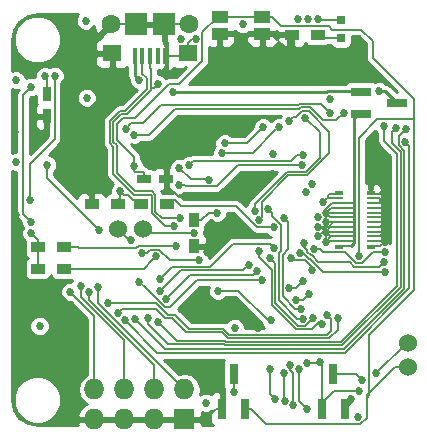
<source format=gbl>
G04 #@! TF.FileFunction,Copper,L4,Bot,Signal*
%FSLAX46Y46*%
G04 Gerber Fmt 4.6, Leading zero omitted, Abs format (unit mm)*
G04 Created by KiCad (PCBNEW (2015-11-03 BZR 6296)-product) date Wednesday, January 06, 2016 'PMt' 01:33:15 PM*
%MOMM*%
G01*
G04 APERTURE LIST*
%ADD10C,0.100000*%
%ADD11R,0.660000X0.230000*%
%ADD12R,0.660000X0.350000*%
%ADD13R,1.727200X1.727200*%
%ADD14O,1.727200X1.727200*%
%ADD15R,0.900000X1.200000*%
%ADD16R,1.200000X0.900000*%
%ADD17R,1.200000X0.750000*%
%ADD18R,0.800100X1.800860*%
%ADD19R,1.400000X1.050000*%
%ADD20R,0.797560X0.797560*%
%ADD21R,1.600000X1.400000*%
%ADD22R,0.400000X1.350000*%
%ADD23R,1.900000X1.900000*%
%ADD24C,1.600000*%
%ADD25C,1.524000*%
%ADD26R,1.800860X0.800100*%
%ADD27R,0.750000X1.200000*%
%ADD28C,0.685800*%
%ADD29C,0.685801*%
%ADD30C,0.152400*%
%ADD31C,0.175000*%
%ADD32C,0.254000*%
G04 APERTURE END LIST*
D10*
D11*
X161005000Y-106200000D03*
X158295000Y-106200000D03*
X161005000Y-109800000D03*
X158295000Y-109800000D03*
D12*
X161005000Y-105725000D03*
X158295000Y-105725000D03*
X161005000Y-110275000D03*
X158295000Y-110275000D03*
D11*
X158295000Y-109400000D03*
X161005000Y-109400000D03*
X158295000Y-109000000D03*
X161005000Y-109000000D03*
X158295000Y-108600000D03*
X161005000Y-108600000D03*
X158295000Y-108200000D03*
X161005000Y-108200000D03*
X158295000Y-107800000D03*
X161005000Y-107800000D03*
X158295000Y-107400000D03*
X161005000Y-107400000D03*
X158295000Y-107000000D03*
X161005000Y-107000000D03*
X158295000Y-106600000D03*
X161005000Y-106600000D03*
D13*
X145200000Y-124900000D03*
D14*
X145200000Y-122360000D03*
X142660000Y-124900000D03*
X142660000Y-122360000D03*
X140120000Y-124900000D03*
X140120000Y-122360000D03*
X137580000Y-124900000D03*
X137580000Y-122360000D03*
D15*
X146000000Y-110250000D03*
X146000000Y-108050000D03*
D16*
X143700000Y-106700000D03*
X141500000Y-106700000D03*
X139550000Y-106700000D03*
X137350000Y-106700000D03*
D17*
X141750000Y-104520000D03*
X143650000Y-104520000D03*
D18*
X150330000Y-124060000D03*
X148430000Y-124060000D03*
X149380000Y-121057720D03*
X158780000Y-124042280D03*
X156880000Y-124042280D03*
X157830000Y-121040000D03*
D19*
X151790000Y-92260000D03*
X148190000Y-92260000D03*
X151790000Y-90810000D03*
X148190000Y-90810000D03*
D20*
X158450000Y-91100000D03*
X158450000Y-92598600D03*
D21*
X139100000Y-93900000D03*
X145500000Y-93900000D03*
D22*
X141000000Y-94125000D03*
X141650000Y-94125000D03*
X142300000Y-94125000D03*
X142950000Y-94125000D03*
X143600000Y-94125000D03*
D23*
X141100000Y-91450000D03*
X143500000Y-91450000D03*
D24*
X139000000Y-91450000D03*
X145600000Y-91450000D03*
D25*
X164100000Y-120450000D03*
X164100000Y-118400000D03*
D16*
X132800000Y-110350000D03*
X135000000Y-110350000D03*
X132800000Y-112150000D03*
X135000000Y-112150000D03*
X156514800Y-92354400D03*
X154314800Y-92354400D03*
D26*
X160200000Y-99050000D03*
X160200000Y-97150000D03*
X163202280Y-98100000D03*
D25*
X141732000Y-108813600D03*
X139598400Y-108813600D03*
D27*
X133540000Y-97340000D03*
X133540000Y-99240000D03*
D28*
X136860000Y-91140000D03*
X136930000Y-97670000D03*
X130920000Y-96180000D03*
X132252297Y-109155135D03*
X130940000Y-103140000D03*
X149450000Y-117162320D03*
X152740000Y-102460000D03*
X154795302Y-91020880D03*
X156500000Y-91020880D03*
X155650000Y-91020880D03*
X160250000Y-121550000D03*
X147292160Y-104599879D03*
X144789150Y-103608420D03*
X144900000Y-92704672D03*
X150150000Y-91450000D03*
X147000000Y-123500000D03*
X132942400Y-117000000D03*
D29*
X155484831Y-105661094D03*
D28*
X157550000Y-97760000D03*
X130890000Y-100610000D03*
X133420000Y-100740000D03*
X130981304Y-107624621D03*
X151440000Y-117140000D03*
X152750000Y-104140000D03*
X145278480Y-106106215D03*
X159881635Y-124710115D03*
X147150000Y-110728480D03*
X146150000Y-92700000D03*
X157450000Y-93500000D03*
X153950000Y-93650000D03*
X136700000Y-105500000D03*
X131250000Y-113900000D03*
X156000058Y-104999926D03*
X156000057Y-104999927D03*
D29*
X162150000Y-109849998D03*
X162150000Y-106750000D03*
X162150000Y-107500006D03*
X162150000Y-108250000D03*
X162150004Y-109000000D03*
D28*
X161650000Y-97100000D03*
X144240000Y-97150000D03*
X141370000Y-96160000D03*
X157200000Y-107450000D03*
X156500000Y-107750000D03*
X157200000Y-108200000D03*
D29*
X157199998Y-109000000D03*
X157199998Y-109850000D03*
X156550004Y-108600000D03*
X156550000Y-109400000D03*
D28*
X144347689Y-108563319D03*
X142986395Y-96527680D03*
X144800000Y-107850000D03*
X137913185Y-113696704D03*
X137138634Y-114127893D03*
X136417894Y-113583603D03*
X135550000Y-114100000D03*
X162110236Y-100071520D03*
X143000000Y-116650000D03*
D29*
X163112236Y-100200276D03*
D28*
X142100000Y-116350000D03*
D29*
X163939920Y-100332709D03*
D28*
X141003006Y-116399407D03*
D29*
X163908480Y-101402757D03*
D28*
X140174437Y-116526186D03*
X154920077Y-120654938D03*
X155600000Y-124017076D03*
X154436651Y-123694153D03*
X154155520Y-120311351D03*
X153686037Y-123321089D03*
X153623186Y-120958823D03*
X152866253Y-123145303D03*
X152466973Y-120604681D03*
X140928480Y-100798484D03*
X158699998Y-98950000D03*
X140240000Y-100280000D03*
X157550000Y-99000000D03*
X156164716Y-110444858D03*
X162152957Y-110738207D03*
X155358534Y-109999543D03*
X162118150Y-111575696D03*
X155028501Y-110807125D03*
X162156514Y-112413029D03*
X154085953Y-113766036D03*
D29*
X155236520Y-113183346D03*
D28*
X154690742Y-114803827D03*
D29*
X155768513Y-114264986D03*
D28*
X153670000Y-107880000D03*
D29*
X155083600Y-115556054D03*
D28*
X152312518Y-107127500D03*
D29*
X155238794Y-116379773D03*
D28*
X152442830Y-111269513D03*
D29*
X156121678Y-116305139D03*
D28*
X151500000Y-110650000D03*
D29*
X156850162Y-116804780D03*
D28*
X138726019Y-115077767D03*
D29*
X157298385Y-116096476D03*
D28*
X139580652Y-115932401D03*
D29*
X158170500Y-116353781D03*
D28*
X137988623Y-108849879D03*
X141400000Y-113250000D03*
X133600000Y-103350000D03*
X151800000Y-113100000D03*
X152821279Y-110377285D03*
X143100000Y-113000000D03*
X154224771Y-111209680D03*
D29*
X155983285Y-112276038D03*
D28*
X143667109Y-114677791D03*
X151363221Y-112306208D03*
X143107184Y-114054025D03*
X150639823Y-111836527D03*
X144475196Y-110185200D03*
X145599819Y-103395312D03*
D29*
X155266806Y-102526331D03*
D28*
X142798800Y-111099600D03*
X144724773Y-105036154D03*
D29*
X155199220Y-103361814D03*
D28*
X156935875Y-106535875D03*
X152760566Y-108624642D03*
X151521564Y-107990621D03*
D29*
X154081183Y-99629332D03*
D28*
X151166979Y-107220657D03*
D29*
X155451029Y-99374208D03*
D28*
X139770341Y-105559659D03*
X160000000Y-111100000D03*
X140930582Y-103462331D03*
X159330000Y-123220000D03*
X160024371Y-122519605D03*
X156700000Y-120071482D03*
X161450000Y-121000000D03*
X155556978Y-120110000D03*
X152540000Y-116530000D03*
X148040000Y-114000000D03*
X148000000Y-107400121D03*
X153175516Y-100164047D03*
X146000000Y-109145302D03*
X148400000Y-102350000D03*
X151895875Y-100164047D03*
X140665200Y-109728000D03*
X141579600Y-110794800D03*
X146456400Y-111404400D03*
X148606038Y-101537506D03*
X149400000Y-122550000D03*
X133380731Y-95866633D03*
X134216736Y-95805855D03*
X132120000Y-106320000D03*
X132250000Y-108210000D03*
X132260000Y-96730000D03*
D30*
X132595196Y-109498034D02*
X132252297Y-109155135D01*
X132800000Y-109702838D02*
X132595196Y-109498034D01*
X132800000Y-110350000D02*
X132800000Y-109702838D01*
X158450000Y-91100000D02*
X156579120Y-91100000D01*
X156579120Y-91100000D02*
X156500000Y-91020880D01*
X157830000Y-121040000D02*
X159740000Y-121040000D01*
X159740000Y-121040000D02*
X160250000Y-121550000D01*
X145733574Y-104552844D02*
X147076331Y-104552844D01*
X144789150Y-103608420D02*
X145733574Y-104552844D01*
X147076331Y-104552844D02*
X147123366Y-104599879D01*
X147123366Y-104599879D02*
X147292160Y-104599879D01*
X132800000Y-110350000D02*
X132800000Y-112150000D01*
D31*
X161005000Y-106200000D02*
X161780000Y-106200000D01*
X161780000Y-106200000D02*
X161810000Y-106230000D01*
X161810000Y-106230000D02*
X161810000Y-106410000D01*
X161810000Y-106410000D02*
X162150000Y-106750000D01*
X161005000Y-105800000D02*
X161850000Y-105800000D01*
X161850000Y-105800000D02*
X162150000Y-106100000D01*
X162150000Y-106100000D02*
X162150000Y-106750000D01*
D30*
X133540000Y-99240000D02*
X133540000Y-100620000D01*
X133540000Y-100620000D02*
X133420000Y-100740000D01*
X153950000Y-93650000D02*
X153950000Y-92719200D01*
X153950000Y-92719200D02*
X154314800Y-92354400D01*
X147600000Y-106000000D02*
X145384695Y-106000000D01*
X143650000Y-105047400D02*
X144708815Y-106106215D01*
X145384695Y-106000000D02*
X145278480Y-106106215D01*
X143650000Y-104520000D02*
X143650000Y-105047400D01*
X144793547Y-106106215D02*
X145278480Y-106106215D01*
X144708815Y-106106215D02*
X144793547Y-106106215D01*
X148430000Y-124060000D02*
X147877550Y-124060000D01*
X147877550Y-124060000D02*
X147037550Y-124900000D01*
X147037550Y-124900000D02*
X146216000Y-124900000D01*
X146216000Y-124900000D02*
X145200000Y-124900000D01*
X146807101Y-110385581D02*
X147150000Y-110728480D01*
X146671520Y-110250000D02*
X146807101Y-110385581D01*
X146000000Y-110250000D02*
X146671520Y-110250000D01*
X143500000Y-91450000D02*
X145600000Y-91450000D01*
X141100000Y-91450000D02*
X142202400Y-91450000D01*
X142202400Y-91450000D02*
X143500000Y-91450000D01*
X139000000Y-91450000D02*
X141100000Y-91450000D01*
X145500000Y-93047600D02*
X145847600Y-92700000D01*
X145847600Y-92700000D02*
X146150000Y-92700000D01*
X145500000Y-93900000D02*
X145500000Y-93047600D01*
X143600000Y-94125000D02*
X145275000Y-94125000D01*
X145275000Y-94125000D02*
X145500000Y-93900000D01*
X151790000Y-92260000D02*
X148190000Y-92260000D01*
X153950000Y-93650000D02*
X152560000Y-92260000D01*
X152560000Y-92260000D02*
X151790000Y-92260000D01*
X137350000Y-106700000D02*
X137350000Y-106150000D01*
X137350000Y-106150000D02*
X136700000Y-105500000D01*
X161005000Y-110200000D02*
X161799998Y-110200000D01*
X161799998Y-110200000D02*
X162150000Y-109849998D01*
D31*
X161807101Y-109792899D02*
X162092901Y-109792899D01*
X161005000Y-109800000D02*
X161800000Y-109800000D01*
X161800000Y-109800000D02*
X161807101Y-109792899D01*
X162092901Y-109792899D02*
X162150000Y-109849998D01*
X161005000Y-106600000D02*
X162000000Y-106600000D01*
X162000000Y-106600000D02*
X162150000Y-106750000D01*
X161005000Y-107000000D02*
X161900000Y-107000000D01*
X161900000Y-107000000D02*
X162150000Y-106750000D01*
X161005000Y-107400000D02*
X162049994Y-107400000D01*
X162049994Y-107400000D02*
X162150000Y-107500006D01*
X161005000Y-107800000D02*
X161850006Y-107800000D01*
X161850006Y-107800000D02*
X162150000Y-107500006D01*
X161005000Y-108200000D02*
X162100000Y-108200000D01*
X162100000Y-108200000D02*
X162150000Y-108250000D01*
X161005000Y-108600000D02*
X161800000Y-108600000D01*
X161800000Y-108600000D02*
X162150000Y-108250000D01*
X161005000Y-109000000D02*
X162150004Y-109000000D01*
X161005000Y-109400000D02*
X161750004Y-109400000D01*
X161750004Y-109400000D02*
X162150004Y-109000000D01*
D30*
X162150004Y-108515067D02*
X162150004Y-109000000D01*
X162150004Y-107583804D02*
X162150004Y-108515067D01*
X148430000Y-124060000D02*
X148430000Y-123559620D01*
D32*
X161650000Y-97100000D02*
X162202280Y-97100000D01*
X162202280Y-97100000D02*
X163202280Y-98100000D01*
X144724933Y-97150000D02*
X144240000Y-97150000D01*
X157238994Y-97150000D02*
X144724933Y-97150000D01*
X160146559Y-97137699D02*
X157251295Y-97137699D01*
X157251295Y-97137699D02*
X157238994Y-97150000D01*
X160178860Y-97170000D02*
X160146559Y-97137699D01*
X141000000Y-95790000D02*
X141027101Y-95817101D01*
X141000000Y-94125000D02*
X141000000Y-95790000D01*
X141027101Y-95817101D02*
X141370000Y-96160000D01*
D30*
X158295000Y-110200000D02*
X159350000Y-110200000D01*
D32*
X159600000Y-109400000D02*
X159600000Y-109810000D01*
X159600000Y-109810000D02*
X159600000Y-109950000D01*
D30*
X158295000Y-109800000D02*
X159590000Y-109800000D01*
X159590000Y-109800000D02*
X159600000Y-109810000D01*
X158295000Y-109400000D02*
X159600000Y-109400000D01*
X158295000Y-109000000D02*
X159600000Y-109000000D01*
X158295000Y-108600000D02*
X159600000Y-108600000D01*
X158295000Y-108200000D02*
X159600000Y-108200000D01*
X158295000Y-107800000D02*
X159600000Y-107800000D01*
X158295000Y-107400000D02*
X159550000Y-107400000D01*
X158295000Y-107000000D02*
X159600000Y-107000000D01*
X158295000Y-106600000D02*
X159600000Y-106600000D01*
X158295000Y-106600000D02*
X157680000Y-106600000D01*
X157680000Y-106600000D02*
X157200000Y-107080000D01*
X157200000Y-107080000D02*
X157200000Y-107450000D01*
D32*
X160200000Y-99050000D02*
X159950000Y-99050000D01*
X159950000Y-99050000D02*
X159600000Y-99400000D01*
D30*
X156550004Y-108600000D02*
X156799998Y-108600000D01*
X156799998Y-108600000D02*
X157199998Y-109000000D01*
X157200000Y-108200000D02*
X157200000Y-107450000D01*
X157199998Y-109850000D02*
X157199998Y-109000000D01*
X158295000Y-107800000D02*
X157550000Y-107800000D01*
X157550000Y-107800000D02*
X157200000Y-107450000D01*
X158295000Y-107000000D02*
X157650000Y-107000000D01*
X157650000Y-107000000D02*
X157200000Y-107450000D01*
X158295000Y-107400000D02*
X157250000Y-107400000D01*
X157250000Y-107400000D02*
X157200000Y-107450000D01*
X158295000Y-108200000D02*
X157200000Y-108200000D01*
D32*
X159600000Y-106600000D02*
X159600000Y-99400000D01*
D30*
X157034937Y-108600000D02*
X156550004Y-108600000D01*
X158295000Y-108200000D02*
X157812600Y-108200000D01*
X157812600Y-108200000D02*
X157412600Y-108600000D01*
X157412600Y-108600000D02*
X157034937Y-108600000D01*
D32*
X159350000Y-110200000D02*
X159600000Y-109950000D01*
X159600000Y-109000000D02*
X159600000Y-109400000D01*
X159600000Y-108600000D02*
X159600000Y-109000000D01*
X159600000Y-108200000D02*
X159600000Y-108600000D01*
X159600000Y-107800000D02*
X159600000Y-108200000D01*
D30*
X158295000Y-109400000D02*
X157649998Y-109400000D01*
X157649998Y-109400000D02*
X157199998Y-109850000D01*
X157599998Y-108600000D02*
X157542897Y-108657101D01*
X158295000Y-108600000D02*
X157599998Y-108600000D01*
X158295000Y-109400000D02*
X157599998Y-109400000D01*
X157542897Y-108657101D02*
X157199998Y-109000000D01*
X157599998Y-109400000D02*
X157542897Y-109342899D01*
X157542897Y-109342899D02*
X157199998Y-109000000D01*
X158295000Y-109800000D02*
X157249998Y-109800000D01*
X157249998Y-109800000D02*
X157199998Y-109850000D01*
X158295000Y-109000000D02*
X156950000Y-109000000D01*
X156950000Y-109000000D02*
X156550000Y-109400000D01*
D32*
X159600000Y-107450000D02*
X159600000Y-107800000D01*
X159600000Y-106600000D02*
X159600000Y-107000000D01*
X159600000Y-107000000D02*
X159600000Y-107450000D01*
D31*
X159550000Y-107400000D02*
X159600000Y-107450000D01*
D30*
X143862756Y-108563319D02*
X144347689Y-108563319D01*
X139190378Y-101812445D02*
X139190378Y-104171445D01*
X140198711Y-98787360D02*
X139717424Y-98787360D01*
X141650000Y-95624176D02*
X142021502Y-95995678D01*
X143552252Y-108563319D02*
X143862756Y-108563319D01*
X139717424Y-98787360D02*
X138897286Y-99607498D01*
X142450000Y-107461067D02*
X143552252Y-108563319D01*
X142450000Y-106000000D02*
X142450000Y-107461067D01*
X139190378Y-104171445D02*
X140918933Y-105900000D01*
X141650000Y-94125000D02*
X141650000Y-95624176D01*
X138897286Y-101519353D02*
X139190378Y-101812445D01*
X142021502Y-95995678D02*
X142021502Y-96964569D01*
X142021502Y-96964569D02*
X140198711Y-98787360D01*
X138897286Y-99607498D02*
X138897286Y-101519353D01*
X142350000Y-105900000D02*
X142450000Y-106000000D01*
X140918933Y-105900000D02*
X142350000Y-105900000D01*
X142419679Y-96870579D02*
X142643496Y-96870579D01*
X142643496Y-96870579D02*
X142986395Y-96527680D01*
X142399100Y-96850000D02*
X142419679Y-96870579D01*
X142754811Y-105873744D02*
X142754811Y-107334811D01*
X142399100Y-96850000D02*
X142399100Y-97018038D01*
X141045189Y-105595189D02*
X142476256Y-105595189D01*
X139202097Y-101393097D02*
X139495189Y-101686188D01*
X143270000Y-107850000D02*
X144315067Y-107850000D01*
X140324967Y-99092171D02*
X139843680Y-99092171D01*
X142399100Y-97018038D02*
X140324967Y-99092171D01*
X144315067Y-107850000D02*
X144800000Y-107850000D01*
X139495189Y-101686188D02*
X139495189Y-104045189D01*
X139843680Y-99092171D02*
X139202097Y-99733754D01*
X139495189Y-104045189D02*
X141045189Y-105595189D01*
X139202097Y-99733754D02*
X139202097Y-101393097D01*
X142476256Y-105595189D02*
X142754811Y-105873744D01*
X142754811Y-107334811D02*
X143270000Y-107850000D01*
X142399100Y-96850000D02*
X142399100Y-95212540D01*
X142399100Y-95212540D02*
X142300000Y-95113440D01*
X142300000Y-95113440D02*
X142300000Y-94125000D01*
X137913185Y-115073185D02*
X137913185Y-114181637D01*
X137913185Y-114181637D02*
X137913185Y-113696704D01*
X145200000Y-122360000D02*
X137913185Y-115073185D01*
X137138634Y-114807567D02*
X137138634Y-114612826D01*
X142660000Y-122360000D02*
X142660000Y-120328933D01*
X142660000Y-120328933D02*
X137138634Y-114807567D01*
X137138634Y-114612826D02*
X137138634Y-114127893D01*
X140120000Y-122360000D02*
X140120000Y-118220000D01*
X136417894Y-114517894D02*
X136417894Y-114068536D01*
X136417894Y-114068536D02*
X136417894Y-113583603D01*
X140120000Y-118220000D02*
X136417894Y-114517894D01*
X137580000Y-122360000D02*
X137580000Y-116130000D01*
X137580000Y-116130000D02*
X135892899Y-114442899D01*
X135892899Y-114442899D02*
X135550000Y-114100000D01*
X143000000Y-116650000D02*
X144600000Y-118250000D01*
X163200000Y-102402235D02*
X162110236Y-101312471D01*
X163200000Y-113575736D02*
X163200000Y-102402235D01*
X162110236Y-100556453D02*
X162110236Y-100071520D01*
X162110236Y-101312471D02*
X162110236Y-100556453D01*
X158432293Y-118343443D02*
X163200000Y-113575736D01*
X148753765Y-118343443D02*
X158432293Y-118343443D01*
X148660322Y-118250000D02*
X148753765Y-118343443D01*
X144600000Y-118250000D02*
X148660322Y-118250000D01*
X162769337Y-101540506D02*
X162769337Y-100543175D01*
X142100000Y-116350000D02*
X142100000Y-116834933D01*
X163504811Y-102275979D02*
X162769337Y-101540506D01*
X148534067Y-118554811D02*
X148627510Y-118648254D01*
X158558549Y-118648254D02*
X163504811Y-113701992D01*
X162769337Y-100543175D02*
X163112236Y-100200276D01*
X148627510Y-118648254D02*
X158558549Y-118648254D01*
X143819878Y-118554811D02*
X148534067Y-118554811D01*
X163504811Y-113701992D02*
X163504811Y-102275979D01*
X142100000Y-116834933D02*
X143819878Y-118554811D01*
X141003006Y-116399407D02*
X143556664Y-118953065D01*
X163597021Y-100675608D02*
X163939920Y-100332709D01*
X158684805Y-118953065D02*
X163809622Y-113828248D01*
X163336978Y-100935651D02*
X163597021Y-100675608D01*
X143556664Y-118953065D02*
X158684805Y-118953065D01*
X163336978Y-101677079D02*
X163336978Y-100935651D01*
X163809622Y-113828248D02*
X163809622Y-102149723D01*
X163809622Y-102149723D02*
X163336978Y-101677079D01*
X164251379Y-101745656D02*
X163908480Y-101402757D01*
X158811058Y-119257876D02*
X164251379Y-113817555D01*
X142906127Y-119257876D02*
X158811058Y-119257876D01*
X164251379Y-113817555D02*
X164251379Y-101745656D01*
X140174437Y-116526186D02*
X142906127Y-119257876D01*
X155600000Y-124017076D02*
X154920077Y-123337153D01*
X154920077Y-121139871D02*
X154920077Y-120654938D01*
X154920077Y-123337153D02*
X154920077Y-121139871D01*
X154436651Y-121002222D02*
X154436651Y-123209220D01*
X154155520Y-120721091D02*
X154436651Y-121002222D01*
X154155520Y-120311351D02*
X154155520Y-120721091D01*
X154436651Y-123209220D02*
X154436651Y-123694153D01*
X153623186Y-123258238D02*
X153686037Y-123321089D01*
X153623186Y-120958823D02*
X153623186Y-123258238D01*
X152466973Y-122746023D02*
X152523354Y-122802404D01*
X152523354Y-122802404D02*
X152866253Y-123145303D01*
X152466973Y-120604681D02*
X152466973Y-122746023D01*
X158699998Y-98950000D02*
X158078497Y-99571501D01*
X156925212Y-99571501D02*
X155851607Y-98497896D01*
X142218407Y-100798484D02*
X141413413Y-100798484D01*
X141413413Y-100798484D02*
X140928480Y-100798484D01*
X144416891Y-98600000D02*
X142218407Y-100798484D01*
X155050452Y-98497896D02*
X154948348Y-98600000D01*
X155851607Y-98497896D02*
X155050452Y-98497896D01*
X154948348Y-98600000D02*
X144416891Y-98600000D01*
X158078497Y-99571501D02*
X156925212Y-99571501D01*
X140582899Y-99937101D02*
X140240000Y-100280000D01*
X157550000Y-99000000D02*
X156743085Y-98193085D01*
X154860179Y-98257102D02*
X143237402Y-98257102D01*
X143237402Y-98257102D02*
X141667022Y-99827482D01*
X154924196Y-98193085D02*
X154860179Y-98257102D01*
X156743085Y-98193085D02*
X154924196Y-98193085D01*
X140692518Y-99827482D02*
X140582899Y-99937101D01*
X141667022Y-99827482D02*
X140692518Y-99827482D01*
X156942998Y-110738207D02*
X156649649Y-110444858D01*
X162152957Y-110738207D02*
X161207617Y-110738207D01*
X159725678Y-111671502D02*
X158792383Y-110738207D01*
X160274322Y-111671502D02*
X159725678Y-111671502D01*
X158792383Y-110738207D02*
X156942998Y-110738207D01*
X161207617Y-110738207D02*
X160274322Y-111671502D01*
X156649649Y-110444858D02*
X156164716Y-110444858D01*
X155600003Y-110532803D02*
X155358534Y-110291334D01*
X155600003Y-110726174D02*
X155600003Y-110532803D01*
X155358534Y-110291334D02*
X155358534Y-109999543D01*
X155985411Y-111016387D02*
X155890216Y-111016387D01*
X155890216Y-111016387D02*
X155600003Y-110726174D01*
X156544720Y-111575696D02*
X155985411Y-111016387D01*
X159198805Y-111575696D02*
X156544720Y-111575696D01*
X162118150Y-111575696D02*
X161717533Y-111976313D01*
X161717533Y-111976313D02*
X159599422Y-111976313D01*
X159599422Y-111976313D02*
X159198805Y-111575696D01*
X162156514Y-112413029D02*
X156950540Y-112413029D01*
X155249887Y-110807125D02*
X155028501Y-110807125D01*
X155858709Y-111321198D02*
X155763960Y-111321198D01*
X156950540Y-112413029D02*
X155858709Y-111321198D01*
X155763960Y-111321198D02*
X155249887Y-110807125D01*
X154570886Y-113766036D02*
X154085953Y-113766036D01*
X155236520Y-113183346D02*
X154653830Y-113766036D01*
X154653830Y-113766036D02*
X154570886Y-113766036D01*
X155229672Y-114803827D02*
X155175675Y-114803827D01*
X155768513Y-114264986D02*
X155229672Y-114803827D01*
X155175675Y-114803827D02*
X154690742Y-114803827D01*
X154012899Y-110447554D02*
X154012899Y-108222899D01*
X155083600Y-115556054D02*
X154598667Y-115556054D01*
X154598667Y-115556054D02*
X153514433Y-114471820D01*
X153514433Y-114471820D02*
X153514433Y-110946020D01*
X153514433Y-110946020D02*
X154012899Y-110447554D01*
X154012899Y-108222899D02*
X153670000Y-107880000D01*
X153209622Y-110819765D02*
X153392781Y-110636606D01*
X153209622Y-114835534D02*
X153209622Y-110819765D01*
X154753861Y-116379773D02*
X153209622Y-114835534D01*
X153392781Y-110636606D02*
X153392781Y-108438603D01*
X152655417Y-107701239D02*
X152655417Y-107470399D01*
X152655417Y-107470399D02*
X152312518Y-107127500D01*
X153392781Y-108438603D02*
X152655417Y-107701239D01*
X155238794Y-116379773D02*
X154753861Y-116379773D01*
X152904811Y-115088086D02*
X152904811Y-111731494D01*
X152785729Y-111612412D02*
X152442830Y-111269513D01*
X156121678Y-116305139D02*
X155446060Y-116980756D01*
X154797481Y-116980756D02*
X152904811Y-115088086D01*
X155446060Y-116980756D02*
X154797481Y-116980756D01*
X152904811Y-111731494D02*
X152785729Y-111612412D01*
X155987074Y-117285567D02*
X156659011Y-116613630D01*
X152600001Y-112234934D02*
X152600002Y-115214343D01*
X151500000Y-111134933D02*
X152600001Y-112234934D01*
X154671226Y-117285567D02*
X155987074Y-117285567D01*
X151500000Y-110650000D02*
X151500000Y-111134933D01*
X152600002Y-115214343D02*
X154671226Y-117285567D01*
X156850162Y-116804780D02*
X156850162Y-116800162D01*
X156850162Y-116800162D02*
X156661321Y-116611321D01*
X148512835Y-117240378D02*
X145571399Y-117240378D01*
X143790378Y-116040378D02*
X142827767Y-115077767D01*
X157598999Y-116397090D02*
X157598999Y-117449937D01*
X149006278Y-117733821D02*
X148512835Y-117240378D01*
X144371399Y-116040378D02*
X143790378Y-116040378D01*
X139210952Y-115077767D02*
X138726019Y-115077767D01*
X145571399Y-117240378D02*
X144371399Y-116040378D01*
X157315115Y-117733821D02*
X149006278Y-117733821D01*
X157598999Y-117449937D02*
X157315115Y-117733821D01*
X157298385Y-116096476D02*
X157598999Y-116397090D01*
X142827767Y-115077767D02*
X139210952Y-115077767D01*
X157441370Y-118038632D02*
X148880022Y-118038632D01*
X143576256Y-116345189D02*
X142820569Y-115589502D01*
X145377640Y-117545189D02*
X144177640Y-116345189D01*
X148880022Y-118038632D02*
X148386579Y-117545189D01*
X158170500Y-116353781D02*
X158170500Y-117309502D01*
X144177640Y-116345189D02*
X143576256Y-116345189D01*
X148386579Y-117545189D02*
X145377640Y-117545189D01*
X142820569Y-115589502D02*
X139923551Y-115589502D01*
X139923551Y-115589502D02*
X139580652Y-115932401D01*
X158170500Y-117309502D02*
X157441370Y-118038632D01*
X137645724Y-108506980D02*
X137988623Y-108849879D01*
X133600000Y-104461256D02*
X137645724Y-108506980D01*
X133600000Y-103350000D02*
X133600000Y-104461256D01*
X141981067Y-113800000D02*
X141950000Y-113800000D01*
X141950000Y-113800000D02*
X141400000Y-113250000D01*
X144371399Y-114992119D02*
X143968329Y-115395189D01*
X143968329Y-115395189D02*
X143576256Y-115395189D01*
X143576256Y-115395189D02*
X141981067Y-113800000D01*
X146263518Y-113100000D02*
X144371399Y-114992119D01*
X151800000Y-113100000D02*
X146263518Y-113100000D01*
X144371399Y-114992119D02*
X144357881Y-114992119D01*
X147374099Y-111975901D02*
X149315614Y-110034386D01*
X144124099Y-111975901D02*
X147374099Y-111975901D01*
X143100000Y-113000000D02*
X144124099Y-111975901D01*
X149315614Y-110034386D02*
X152478380Y-110034386D01*
X152478380Y-110034386D02*
X152821279Y-110377285D01*
X154393736Y-111378645D02*
X154224771Y-111209680D01*
X155983285Y-111971589D02*
X155390341Y-111378645D01*
X155390341Y-111378645D02*
X154393736Y-111378645D01*
X155983285Y-112276038D02*
X155983285Y-111971589D01*
X144010008Y-114334892D02*
X143667109Y-114677791D01*
X151363221Y-112306208D02*
X151020322Y-112649107D01*
X145695793Y-112649107D02*
X144010008Y-114334892D01*
X151020322Y-112649107D02*
X145695793Y-112649107D01*
X150195638Y-112280712D02*
X144880497Y-112280712D01*
X144880497Y-112280712D02*
X143450083Y-113711126D01*
X143450083Y-113711126D02*
X143107184Y-114054025D01*
X150639823Y-111836527D02*
X150195638Y-112280712D01*
X143990263Y-110185200D02*
X144475196Y-110185200D01*
X136310000Y-110400000D02*
X141128576Y-110400000D01*
X135000000Y-110350000D02*
X136260000Y-110350000D01*
X141343376Y-110185200D02*
X143990263Y-110185200D01*
X141128576Y-110400000D02*
X141343376Y-110185200D01*
X136260000Y-110350000D02*
X136310000Y-110400000D01*
X154727431Y-102526331D02*
X154206392Y-103047370D01*
X145947761Y-103047370D02*
X145942718Y-103052413D01*
X145942718Y-103052413D02*
X145599819Y-103395312D01*
X154206392Y-103047370D02*
X145947761Y-103047370D01*
X155266806Y-102526331D02*
X154727431Y-102526331D01*
X142455901Y-111442499D02*
X142798800Y-111099600D01*
X141748400Y-112150000D02*
X142455901Y-111442499D01*
X135000000Y-112150000D02*
X141748400Y-112150000D01*
X145344951Y-105171399D02*
X145209706Y-105036154D01*
X145209706Y-105036154D02*
X144724773Y-105036154D01*
X149738857Y-103361814D02*
X147929272Y-105171399D01*
X147929272Y-105171399D02*
X145344951Y-105171399D01*
X155199220Y-103361814D02*
X149738857Y-103361814D01*
X158295000Y-105800000D02*
X157540000Y-105800000D01*
X157540000Y-105800000D02*
X157400000Y-105940000D01*
X157400000Y-105940000D02*
X157400000Y-106200000D01*
X157278774Y-106192976D02*
X156935875Y-106535875D01*
X157392976Y-106192976D02*
X157278774Y-106192976D01*
X157400000Y-106200000D02*
X157392976Y-106192976D01*
X149547149Y-106828601D02*
X151343190Y-108624642D01*
X152275633Y-108624642D02*
X152760566Y-108624642D01*
X151343190Y-108624642D02*
X152275633Y-108624642D01*
X144452400Y-106350000D02*
X144931001Y-106828601D01*
X143700000Y-106350000D02*
X144452400Y-106350000D01*
X144931001Y-106828601D02*
X149547149Y-106828601D01*
X158295000Y-106200000D02*
X157400000Y-106200000D01*
X155176708Y-98802707D02*
X155725351Y-98802707D01*
X151738499Y-106514225D02*
X151738499Y-107773686D01*
X154014597Y-104238127D02*
X151738499Y-106514225D01*
X154081183Y-99629332D02*
X154424082Y-99286433D01*
X157471502Y-100548858D02*
X157471502Y-102366423D01*
X155599798Y-104238127D02*
X154014597Y-104238127D01*
X154424082Y-99286433D02*
X154692982Y-99286433D01*
X157471502Y-102366423D02*
X155599798Y-104238127D01*
X151738499Y-107773686D02*
X151521564Y-107990621D01*
X155725351Y-98802707D02*
X157471502Y-100548858D01*
X154692982Y-99286433D02*
X155176708Y-98802707D01*
X151166979Y-106735724D02*
X151166979Y-107220657D01*
X156664124Y-100587303D02*
X156664124Y-102742734D01*
X155451029Y-99374208D02*
X156664124Y-100587303D01*
X155473542Y-103933316D02*
X153882707Y-103933316D01*
X153882707Y-103933316D02*
X151166979Y-106649044D01*
X151166979Y-106649044D02*
X151166979Y-106735724D01*
X156664124Y-102742734D02*
X155473542Y-103933316D01*
X141500000Y-106350000D02*
X140850000Y-106350000D01*
X140850000Y-106350000D02*
X140402558Y-105902558D01*
X140402558Y-105902558D02*
X140113240Y-105902558D01*
X140113240Y-105902558D02*
X139770341Y-105559659D01*
X139770341Y-106129659D02*
X139770341Y-106044592D01*
X139770341Y-106044592D02*
X139770341Y-105559659D01*
X139550000Y-106350000D02*
X139770341Y-106129659D01*
X140930582Y-102977398D02*
X140930582Y-103462331D01*
X139982016Y-99396982D02*
X139506908Y-99872090D01*
X146721502Y-92103498D02*
X146721502Y-94561318D01*
X139506908Y-99872090D02*
X139506908Y-101266841D01*
X148190000Y-90810000D02*
X148015000Y-90810000D01*
X143875678Y-96528498D02*
X141007194Y-99396982D01*
X144754322Y-96528498D02*
X143875678Y-96528498D01*
X148015000Y-90810000D02*
X146721502Y-92103498D01*
X141007194Y-99396982D02*
X139982016Y-99396982D01*
X139506908Y-101266841D02*
X140930582Y-102690515D01*
X146721502Y-94561318D02*
X144754322Y-96528498D01*
X140930582Y-102690515D02*
X140930582Y-102977398D01*
X164650000Y-99500000D02*
X164650000Y-97800000D01*
X164650000Y-97800000D02*
X161150000Y-94300000D01*
X161150000Y-94300000D02*
X161150000Y-92850000D01*
X161150000Y-92850000D02*
X160197200Y-91897200D01*
X160197200Y-91897200D02*
X157734000Y-91897200D01*
X157734000Y-91897200D02*
X157429200Y-91592400D01*
X157429200Y-91592400D02*
X153424800Y-91592400D01*
X153424800Y-91592400D02*
X152642400Y-90810000D01*
X152642400Y-90810000D02*
X151790000Y-90810000D01*
X160871502Y-122878498D02*
X160871502Y-117728498D01*
X160871502Y-117728498D02*
X164650000Y-113950000D01*
X164650000Y-113950000D02*
X164650000Y-99500000D01*
X160650000Y-123100000D02*
X160871502Y-122878498D01*
X160650000Y-124750000D02*
X160650000Y-123100000D01*
X164100000Y-120450000D02*
X163022370Y-120450000D01*
X163022370Y-120450000D02*
X160650000Y-122822370D01*
X160650000Y-122822370D02*
X160650000Y-123100000D01*
X161550000Y-99500000D02*
X160000000Y-101050000D01*
X160000000Y-101050000D02*
X160000000Y-111100000D01*
X164650000Y-99500000D02*
X161550000Y-99500000D01*
X160100000Y-125300000D02*
X160650000Y-124750000D01*
X152122450Y-125300000D02*
X160100000Y-125300000D01*
X150330000Y-124060000D02*
X150882450Y-124060000D01*
X150882450Y-124060000D02*
X152122450Y-125300000D01*
X140930582Y-103462331D02*
X140930582Y-103833767D01*
X140930582Y-103833767D02*
X141046815Y-103950000D01*
X141046815Y-103950000D02*
X141707400Y-103950000D01*
X141707400Y-103950000D02*
X141750000Y-103992600D01*
X141750000Y-103992600D02*
X141750000Y-104520000D01*
X151790000Y-90810000D02*
X148190000Y-90810000D01*
X159330000Y-123220000D02*
X159330000Y-123492280D01*
X159330000Y-123492280D02*
X158780000Y-124042280D01*
X159539438Y-122519605D02*
X160024371Y-122519605D01*
X156880000Y-124042280D02*
X156880000Y-123541900D01*
X156880000Y-123541900D02*
X157902295Y-122519605D01*
X157902295Y-122519605D02*
X159539438Y-122519605D01*
X156880000Y-124042280D02*
X156880000Y-120251482D01*
X156661482Y-120110000D02*
X156700000Y-120071482D01*
X155556978Y-120110000D02*
X156661482Y-120110000D01*
X156880000Y-120251482D02*
X156700000Y-120071482D01*
X161450000Y-121000000D02*
X164050000Y-118400000D01*
X164050000Y-118400000D02*
X164100000Y-118400000D01*
X148040000Y-114000000D02*
X149750000Y-114000000D01*
X149750000Y-114000000D02*
X152280000Y-116530000D01*
X152280000Y-116530000D02*
X152540000Y-116530000D01*
X146000000Y-108050000D02*
X146602400Y-108050000D01*
X146602400Y-108050000D02*
X147252279Y-107400121D01*
X147252279Y-107400121D02*
X147349879Y-107400121D01*
X148000000Y-107400121D02*
X147349879Y-107400121D01*
X158450000Y-92598600D02*
X156759000Y-92598600D01*
X156759000Y-92598600D02*
X156514800Y-92354400D01*
X148400000Y-102350000D02*
X150989563Y-102350000D01*
X152832617Y-100506946D02*
X153175516Y-100164047D01*
X150989563Y-102350000D02*
X152832617Y-100506946D01*
X146000000Y-109145302D02*
X142063702Y-109145302D01*
X142063702Y-109145302D02*
X141732000Y-108813600D01*
X151552976Y-100506946D02*
X151895875Y-100164047D01*
X148606038Y-101537506D02*
X150522416Y-101537506D01*
X150522416Y-101537506D02*
X151552976Y-100506946D01*
X146456400Y-111404400D02*
X143949424Y-111404400D01*
X142064533Y-110794800D02*
X141579600Y-110794800D01*
X143949424Y-111404400D02*
X143073122Y-110528098D01*
X143073122Y-110528098D02*
X142331235Y-110528098D01*
X142331235Y-110528098D02*
X142064533Y-110794800D01*
X140665200Y-109728000D02*
X140512800Y-109728000D01*
X140512800Y-109728000D02*
X139598400Y-108813600D01*
X149400000Y-122550000D02*
X149400000Y-121077720D01*
X149400000Y-121077720D02*
X149380000Y-121057720D01*
X149380000Y-121057720D02*
X149242280Y-121057720D01*
X133540000Y-97340000D02*
X133540000Y-96025902D01*
X133540000Y-96025902D02*
X133380731Y-95866633D01*
X134216736Y-96290788D02*
X134216736Y-95805855D01*
X132120000Y-103255930D02*
X134216736Y-101159194D01*
X134216736Y-101159194D02*
X134216736Y-96290788D01*
X132120000Y-106320000D02*
X132120000Y-103255930D01*
X131548499Y-107508499D02*
X131907101Y-107867101D01*
X132260000Y-96730000D02*
X131548499Y-97441501D01*
X131907101Y-107867101D02*
X132250000Y-108210000D01*
X131548499Y-97441501D02*
X131548499Y-107508499D01*
D32*
G36*
X130770003Y-103990752D02*
X130964299Y-103990921D01*
X130964299Y-107508499D01*
X131008769Y-107732063D01*
X131109452Y-107882746D01*
X131135407Y-107921591D01*
X131399121Y-108185305D01*
X131398953Y-108378512D01*
X131525882Y-108685703D01*
X131401545Y-108985138D01*
X131401250Y-109323647D01*
X131530519Y-109636501D01*
X131700854Y-109807134D01*
X131682048Y-109900000D01*
X131682048Y-110800000D01*
X131717470Y-110988253D01*
X131828728Y-111161153D01*
X131959940Y-111250807D01*
X131838847Y-111328728D01*
X131722855Y-111498488D01*
X131682048Y-111700000D01*
X131682048Y-112600000D01*
X131717470Y-112788253D01*
X131828728Y-112961153D01*
X131998488Y-113077145D01*
X132200000Y-113117952D01*
X133400000Y-113117952D01*
X133588253Y-113082530D01*
X133761153Y-112971272D01*
X133877145Y-112801512D01*
X133899341Y-112691905D01*
X133917470Y-112788253D01*
X134028728Y-112961153D01*
X134198488Y-113077145D01*
X134400000Y-113117952D01*
X135600000Y-113117952D01*
X135698524Y-113099414D01*
X135696957Y-113100978D01*
X135635420Y-113249174D01*
X135381488Y-113248953D01*
X135068634Y-113378222D01*
X134829063Y-113617375D01*
X134699248Y-113930003D01*
X134698953Y-114268512D01*
X134828222Y-114581366D01*
X135067375Y-114820937D01*
X135380003Y-114950752D01*
X135574738Y-114950922D01*
X136995800Y-116371984D01*
X136995800Y-121105566D01*
X136610132Y-121363261D01*
X136312807Y-121808240D01*
X136208400Y-122333129D01*
X136208400Y-122386871D01*
X136312807Y-122911760D01*
X136610132Y-123356739D01*
X136925466Y-123567438D01*
X136805053Y-123617312D01*
X136373179Y-124011510D01*
X136125032Y-124540973D01*
X136245531Y-124773000D01*
X137453000Y-124773000D01*
X137453000Y-124753000D01*
X137707000Y-124753000D01*
X137707000Y-124773000D01*
X139993000Y-124773000D01*
X139993000Y-124753000D01*
X140247000Y-124753000D01*
X140247000Y-124773000D01*
X142533000Y-124773000D01*
X142533000Y-124753000D01*
X142787000Y-124753000D01*
X142787000Y-124773000D01*
X145073000Y-124773000D01*
X145073000Y-124753000D01*
X145327000Y-124753000D01*
X145327000Y-124773000D01*
X146539850Y-124773000D01*
X146698600Y-124614250D01*
X146698600Y-124296188D01*
X146830003Y-124350752D01*
X147168512Y-124351047D01*
X147481366Y-124221778D01*
X147516203Y-124187002D01*
X147553698Y-124187002D01*
X147394950Y-124345750D01*
X147394950Y-125086740D01*
X147491623Y-125320129D01*
X147588495Y-125417000D01*
X146698600Y-125417000D01*
X146698600Y-125185750D01*
X146539850Y-125027000D01*
X145327000Y-125027000D01*
X145327000Y-125047000D01*
X145073000Y-125047000D01*
X145073000Y-125027000D01*
X142787000Y-125027000D01*
X142787000Y-125047000D01*
X142533000Y-125047000D01*
X142533000Y-125027000D01*
X140247000Y-125027000D01*
X140247000Y-125047000D01*
X139993000Y-125047000D01*
X139993000Y-125027000D01*
X137707000Y-125027000D01*
X137707000Y-125047000D01*
X137453000Y-125047000D01*
X137453000Y-125027000D01*
X136245531Y-125027000D01*
X136125032Y-125259027D01*
X136199070Y-125417000D01*
X132807421Y-125417000D01*
X131925095Y-125241495D01*
X131225777Y-124774225D01*
X130758505Y-124074904D01*
X130673522Y-123647664D01*
X130741652Y-123647664D01*
X131046708Y-124385955D01*
X131611074Y-124951307D01*
X132348832Y-125257651D01*
X133147664Y-125258348D01*
X133885955Y-124953292D01*
X134451307Y-124388926D01*
X134757651Y-123651168D01*
X134758348Y-122852336D01*
X134453292Y-122114045D01*
X133888926Y-121548693D01*
X133151168Y-121242349D01*
X132352336Y-121241652D01*
X131614045Y-121546708D01*
X131048693Y-122111074D01*
X130742349Y-122848832D01*
X130741652Y-123647664D01*
X130673522Y-123647664D01*
X130583000Y-123192578D01*
X130583000Y-117168512D01*
X132091353Y-117168512D01*
X132220622Y-117481366D01*
X132459775Y-117720937D01*
X132772403Y-117850752D01*
X133110912Y-117851047D01*
X133423766Y-117721778D01*
X133663337Y-117482625D01*
X133793152Y-117169997D01*
X133793447Y-116831488D01*
X133664178Y-116518634D01*
X133425025Y-116279063D01*
X133112397Y-116149248D01*
X132773888Y-116148953D01*
X132461034Y-116278222D01*
X132221463Y-116517375D01*
X132091648Y-116830003D01*
X132091353Y-117168512D01*
X130583000Y-117168512D01*
X130583000Y-103913101D01*
X130770003Y-103990752D01*
X130770003Y-103990752D01*
G37*
X130770003Y-103990752D02*
X130964299Y-103990921D01*
X130964299Y-107508499D01*
X131008769Y-107732063D01*
X131109452Y-107882746D01*
X131135407Y-107921591D01*
X131399121Y-108185305D01*
X131398953Y-108378512D01*
X131525882Y-108685703D01*
X131401545Y-108985138D01*
X131401250Y-109323647D01*
X131530519Y-109636501D01*
X131700854Y-109807134D01*
X131682048Y-109900000D01*
X131682048Y-110800000D01*
X131717470Y-110988253D01*
X131828728Y-111161153D01*
X131959940Y-111250807D01*
X131838847Y-111328728D01*
X131722855Y-111498488D01*
X131682048Y-111700000D01*
X131682048Y-112600000D01*
X131717470Y-112788253D01*
X131828728Y-112961153D01*
X131998488Y-113077145D01*
X132200000Y-113117952D01*
X133400000Y-113117952D01*
X133588253Y-113082530D01*
X133761153Y-112971272D01*
X133877145Y-112801512D01*
X133899341Y-112691905D01*
X133917470Y-112788253D01*
X134028728Y-112961153D01*
X134198488Y-113077145D01*
X134400000Y-113117952D01*
X135600000Y-113117952D01*
X135698524Y-113099414D01*
X135696957Y-113100978D01*
X135635420Y-113249174D01*
X135381488Y-113248953D01*
X135068634Y-113378222D01*
X134829063Y-113617375D01*
X134699248Y-113930003D01*
X134698953Y-114268512D01*
X134828222Y-114581366D01*
X135067375Y-114820937D01*
X135380003Y-114950752D01*
X135574738Y-114950922D01*
X136995800Y-116371984D01*
X136995800Y-121105566D01*
X136610132Y-121363261D01*
X136312807Y-121808240D01*
X136208400Y-122333129D01*
X136208400Y-122386871D01*
X136312807Y-122911760D01*
X136610132Y-123356739D01*
X136925466Y-123567438D01*
X136805053Y-123617312D01*
X136373179Y-124011510D01*
X136125032Y-124540973D01*
X136245531Y-124773000D01*
X137453000Y-124773000D01*
X137453000Y-124753000D01*
X137707000Y-124753000D01*
X137707000Y-124773000D01*
X139993000Y-124773000D01*
X139993000Y-124753000D01*
X140247000Y-124753000D01*
X140247000Y-124773000D01*
X142533000Y-124773000D01*
X142533000Y-124753000D01*
X142787000Y-124753000D01*
X142787000Y-124773000D01*
X145073000Y-124773000D01*
X145073000Y-124753000D01*
X145327000Y-124753000D01*
X145327000Y-124773000D01*
X146539850Y-124773000D01*
X146698600Y-124614250D01*
X146698600Y-124296188D01*
X146830003Y-124350752D01*
X147168512Y-124351047D01*
X147481366Y-124221778D01*
X147516203Y-124187002D01*
X147553698Y-124187002D01*
X147394950Y-124345750D01*
X147394950Y-125086740D01*
X147491623Y-125320129D01*
X147588495Y-125417000D01*
X146698600Y-125417000D01*
X146698600Y-125185750D01*
X146539850Y-125027000D01*
X145327000Y-125027000D01*
X145327000Y-125047000D01*
X145073000Y-125047000D01*
X145073000Y-125027000D01*
X142787000Y-125027000D01*
X142787000Y-125047000D01*
X142533000Y-125047000D01*
X142533000Y-125027000D01*
X140247000Y-125027000D01*
X140247000Y-125047000D01*
X139993000Y-125047000D01*
X139993000Y-125027000D01*
X137707000Y-125027000D01*
X137707000Y-125047000D01*
X137453000Y-125047000D01*
X137453000Y-125027000D01*
X136245531Y-125027000D01*
X136125032Y-125259027D01*
X136199070Y-125417000D01*
X132807421Y-125417000D01*
X131925095Y-125241495D01*
X131225777Y-124774225D01*
X130758505Y-124074904D01*
X130673522Y-123647664D01*
X130741652Y-123647664D01*
X131046708Y-124385955D01*
X131611074Y-124951307D01*
X132348832Y-125257651D01*
X133147664Y-125258348D01*
X133885955Y-124953292D01*
X134451307Y-124388926D01*
X134757651Y-123651168D01*
X134758348Y-122852336D01*
X134453292Y-122114045D01*
X133888926Y-121548693D01*
X133151168Y-121242349D01*
X132352336Y-121241652D01*
X131614045Y-121546708D01*
X131048693Y-122111074D01*
X130742349Y-122848832D01*
X130741652Y-123647664D01*
X130673522Y-123647664D01*
X130583000Y-123192578D01*
X130583000Y-117168512D01*
X132091353Y-117168512D01*
X132220622Y-117481366D01*
X132459775Y-117720937D01*
X132772403Y-117850752D01*
X133110912Y-117851047D01*
X133423766Y-117721778D01*
X133663337Y-117482625D01*
X133793152Y-117169997D01*
X133793447Y-116831488D01*
X133664178Y-116518634D01*
X133425025Y-116279063D01*
X133112397Y-116149248D01*
X132773888Y-116148953D01*
X132461034Y-116278222D01*
X132221463Y-116517375D01*
X132091648Y-116830003D01*
X132091353Y-117168512D01*
X130583000Y-117168512D01*
X130583000Y-103913101D01*
X130770003Y-103990752D01*
G36*
X148502805Y-119955778D02*
X148461998Y-120157290D01*
X148461998Y-121958150D01*
X148497420Y-122146403D01*
X148587876Y-122286976D01*
X148549248Y-122380003D01*
X148548953Y-122718512D01*
X148557000Y-122737987D01*
X148557000Y-123933000D01*
X148577000Y-123933000D01*
X148577000Y-124187000D01*
X148557000Y-124187000D01*
X148557000Y-124207000D01*
X148303000Y-124207000D01*
X148303000Y-124187000D01*
X148283000Y-124187000D01*
X148283000Y-123933000D01*
X148303000Y-123933000D01*
X148303000Y-122683320D01*
X148144250Y-122524570D01*
X147903641Y-122524570D01*
X147670252Y-122621243D01*
X147497515Y-122793979D01*
X147482625Y-122779063D01*
X147169997Y-122649248D01*
X146831488Y-122648953D01*
X146518634Y-122778222D01*
X146487591Y-122809210D01*
X146571600Y-122386871D01*
X146571600Y-122333129D01*
X146467193Y-121808240D01*
X146169868Y-121363261D01*
X145724889Y-121065936D01*
X145200000Y-120961529D01*
X144722661Y-121056478D01*
X143508259Y-119842076D01*
X148580494Y-119842076D01*
X148502805Y-119955778D01*
X148502805Y-119955778D01*
G37*
X148502805Y-119955778D02*
X148461998Y-120157290D01*
X148461998Y-121958150D01*
X148497420Y-122146403D01*
X148587876Y-122286976D01*
X148549248Y-122380003D01*
X148548953Y-122718512D01*
X148557000Y-122737987D01*
X148557000Y-123933000D01*
X148577000Y-123933000D01*
X148577000Y-124187000D01*
X148557000Y-124187000D01*
X148557000Y-124207000D01*
X148303000Y-124207000D01*
X148303000Y-124187000D01*
X148283000Y-124187000D01*
X148283000Y-123933000D01*
X148303000Y-123933000D01*
X148303000Y-122683320D01*
X148144250Y-122524570D01*
X147903641Y-122524570D01*
X147670252Y-122621243D01*
X147497515Y-122793979D01*
X147482625Y-122779063D01*
X147169997Y-122649248D01*
X146831488Y-122648953D01*
X146518634Y-122778222D01*
X146487591Y-122809210D01*
X146571600Y-122386871D01*
X146571600Y-122333129D01*
X146467193Y-121808240D01*
X146169868Y-121363261D01*
X145724889Y-121065936D01*
X145200000Y-120961529D01*
X144722661Y-121056478D01*
X143508259Y-119842076D01*
X148580494Y-119842076D01*
X148502805Y-119955778D01*
G36*
X147189248Y-113830003D02*
X147188953Y-114168512D01*
X147318222Y-114481366D01*
X147557375Y-114720937D01*
X147870003Y-114850752D01*
X148208512Y-114851047D01*
X148521366Y-114721778D01*
X148659184Y-114584200D01*
X149508016Y-114584200D01*
X151735866Y-116812050D01*
X151818222Y-117011366D01*
X151956236Y-117149621D01*
X150300911Y-117149621D01*
X150301047Y-116993808D01*
X150171778Y-116680954D01*
X149932625Y-116441383D01*
X149619997Y-116311568D01*
X149281488Y-116311273D01*
X148968634Y-116440542D01*
X148729063Y-116679695D01*
X148721586Y-116697701D01*
X148512835Y-116656178D01*
X145813383Y-116656178D01*
X144784491Y-115627286D01*
X144708213Y-115576319D01*
X144651367Y-115538335D01*
X146505502Y-113684200D01*
X147249791Y-113684200D01*
X147189248Y-113830003D01*
X147189248Y-113830003D01*
G37*
X147189248Y-113830003D02*
X147188953Y-114168512D01*
X147318222Y-114481366D01*
X147557375Y-114720937D01*
X147870003Y-114850752D01*
X148208512Y-114851047D01*
X148521366Y-114721778D01*
X148659184Y-114584200D01*
X149508016Y-114584200D01*
X151735866Y-116812050D01*
X151818222Y-117011366D01*
X151956236Y-117149621D01*
X150300911Y-117149621D01*
X150301047Y-116993808D01*
X150171778Y-116680954D01*
X149932625Y-116441383D01*
X149619997Y-116311568D01*
X149281488Y-116311273D01*
X148968634Y-116440542D01*
X148729063Y-116679695D01*
X148721586Y-116697701D01*
X148512835Y-116656178D01*
X145813383Y-116656178D01*
X144784491Y-115627286D01*
X144708213Y-115576319D01*
X144651367Y-115538335D01*
X146505502Y-113684200D01*
X147249791Y-113684200D01*
X147189248Y-113830003D01*
G36*
X150930096Y-109037731D02*
X150930098Y-109037734D01*
X151002741Y-109086272D01*
X151119627Y-109164373D01*
X151343190Y-109208843D01*
X151343195Y-109208842D01*
X152141443Y-109208842D01*
X152277941Y-109345579D01*
X152577200Y-109469843D01*
X152478380Y-109450186D01*
X149315614Y-109450186D01*
X149092050Y-109494656D01*
X148932894Y-109601000D01*
X148902522Y-109621294D01*
X147301740Y-111222076D01*
X147178178Y-110923034D01*
X147085000Y-110829693D01*
X147085000Y-110535750D01*
X146926250Y-110377000D01*
X146127000Y-110377000D01*
X146127000Y-110397000D01*
X145873000Y-110397000D01*
X145873000Y-110377000D01*
X145853000Y-110377000D01*
X145853000Y-110123000D01*
X145873000Y-110123000D01*
X145873000Y-110103000D01*
X146127000Y-110103000D01*
X146127000Y-110123000D01*
X146926250Y-110123000D01*
X147085000Y-109964250D01*
X147085000Y-109523691D01*
X146988327Y-109290302D01*
X146850894Y-109152868D01*
X146851047Y-108976790D01*
X146847467Y-108968125D01*
X146927145Y-108851512D01*
X146967952Y-108650000D01*
X146967952Y-108494857D01*
X147015492Y-108463092D01*
X147437520Y-108041064D01*
X147517375Y-108121058D01*
X147830003Y-108250873D01*
X148168512Y-108251168D01*
X148481366Y-108121899D01*
X148720937Y-107882746D01*
X148850752Y-107570118D01*
X148850889Y-107412801D01*
X149305165Y-107412801D01*
X150930096Y-109037731D01*
X150930096Y-109037731D01*
G37*
X150930096Y-109037731D02*
X150930098Y-109037734D01*
X151002741Y-109086272D01*
X151119627Y-109164373D01*
X151343190Y-109208843D01*
X151343195Y-109208842D01*
X152141443Y-109208842D01*
X152277941Y-109345579D01*
X152577200Y-109469843D01*
X152478380Y-109450186D01*
X149315614Y-109450186D01*
X149092050Y-109494656D01*
X148932894Y-109601000D01*
X148902522Y-109621294D01*
X147301740Y-111222076D01*
X147178178Y-110923034D01*
X147085000Y-110829693D01*
X147085000Y-110535750D01*
X146926250Y-110377000D01*
X146127000Y-110377000D01*
X146127000Y-110397000D01*
X145873000Y-110397000D01*
X145873000Y-110377000D01*
X145853000Y-110377000D01*
X145853000Y-110123000D01*
X145873000Y-110123000D01*
X145873000Y-110103000D01*
X146127000Y-110103000D01*
X146127000Y-110123000D01*
X146926250Y-110123000D01*
X147085000Y-109964250D01*
X147085000Y-109523691D01*
X146988327Y-109290302D01*
X146850894Y-109152868D01*
X146851047Y-108976790D01*
X146847467Y-108968125D01*
X146927145Y-108851512D01*
X146967952Y-108650000D01*
X146967952Y-108494857D01*
X147015492Y-108463092D01*
X147437520Y-108041064D01*
X147517375Y-108121058D01*
X147830003Y-108250873D01*
X148168512Y-108251168D01*
X148481366Y-108121899D01*
X148720937Y-107882746D01*
X148850752Y-107570118D01*
X148850889Y-107412801D01*
X149305165Y-107412801D01*
X150930096Y-109037731D01*
G36*
X161388458Y-100552886D02*
X161526036Y-100690704D01*
X161526036Y-101312471D01*
X161570506Y-101536035D01*
X161684085Y-101706018D01*
X161697144Y-101725563D01*
X162615800Y-102644219D01*
X162615800Y-110009056D01*
X162322954Y-109887455D01*
X161984445Y-109887160D01*
X161941507Y-109904902D01*
X161901162Y-109807500D01*
X161970000Y-109641310D01*
X161970000Y-109616250D01*
X161953750Y-109600000D01*
X161970000Y-109583750D01*
X161970000Y-109558690D01*
X161904268Y-109400000D01*
X161970000Y-109241310D01*
X161970000Y-109216250D01*
X161953750Y-109200000D01*
X161970000Y-109183750D01*
X161970000Y-109158690D01*
X161904268Y-109000000D01*
X161970000Y-108841310D01*
X161970000Y-108816250D01*
X161953750Y-108800000D01*
X161970000Y-108783750D01*
X161970000Y-108758690D01*
X161904268Y-108600000D01*
X161970000Y-108441310D01*
X161970000Y-108416250D01*
X161953750Y-108400000D01*
X161970000Y-108383750D01*
X161970000Y-108358690D01*
X161904268Y-108200000D01*
X161970000Y-108041310D01*
X161970000Y-108016250D01*
X161953750Y-108000000D01*
X161970000Y-107983750D01*
X161970000Y-107958690D01*
X161904268Y-107800000D01*
X161970000Y-107641310D01*
X161970000Y-107616250D01*
X161953750Y-107600000D01*
X161970000Y-107583750D01*
X161970000Y-107558690D01*
X161904268Y-107400000D01*
X161970000Y-107241310D01*
X161970000Y-107216250D01*
X161953750Y-107200000D01*
X161970000Y-107183750D01*
X161970000Y-107158690D01*
X161904268Y-107000000D01*
X161970000Y-106841310D01*
X161970000Y-106816250D01*
X161953750Y-106800000D01*
X161970000Y-106783750D01*
X161970000Y-106758690D01*
X161904268Y-106600000D01*
X161970000Y-106441310D01*
X161970000Y-106416250D01*
X161953750Y-106400000D01*
X161970000Y-106383750D01*
X161970000Y-106358690D01*
X161901162Y-106192500D01*
X161970000Y-106026310D01*
X161970000Y-105958690D01*
X161873327Y-105725301D01*
X161785526Y-105637500D01*
X161811250Y-105637500D01*
X161970000Y-105478750D01*
X161970000Y-105423690D01*
X161873327Y-105190301D01*
X161694698Y-105011673D01*
X161461309Y-104915000D01*
X161290750Y-104915000D01*
X161132000Y-105073750D01*
X161132000Y-105383205D01*
X160878000Y-105434005D01*
X160878000Y-105073750D01*
X160719250Y-104915000D01*
X160584200Y-104915000D01*
X160584200Y-101291984D01*
X161369406Y-100506778D01*
X161388458Y-100552886D01*
X161388458Y-100552886D01*
G37*
X161388458Y-100552886D02*
X161526036Y-100690704D01*
X161526036Y-101312471D01*
X161570506Y-101536035D01*
X161684085Y-101706018D01*
X161697144Y-101725563D01*
X162615800Y-102644219D01*
X162615800Y-110009056D01*
X162322954Y-109887455D01*
X161984445Y-109887160D01*
X161941507Y-109904902D01*
X161901162Y-109807500D01*
X161970000Y-109641310D01*
X161970000Y-109616250D01*
X161953750Y-109600000D01*
X161970000Y-109583750D01*
X161970000Y-109558690D01*
X161904268Y-109400000D01*
X161970000Y-109241310D01*
X161970000Y-109216250D01*
X161953750Y-109200000D01*
X161970000Y-109183750D01*
X161970000Y-109158690D01*
X161904268Y-109000000D01*
X161970000Y-108841310D01*
X161970000Y-108816250D01*
X161953750Y-108800000D01*
X161970000Y-108783750D01*
X161970000Y-108758690D01*
X161904268Y-108600000D01*
X161970000Y-108441310D01*
X161970000Y-108416250D01*
X161953750Y-108400000D01*
X161970000Y-108383750D01*
X161970000Y-108358690D01*
X161904268Y-108200000D01*
X161970000Y-108041310D01*
X161970000Y-108016250D01*
X161953750Y-108000000D01*
X161970000Y-107983750D01*
X161970000Y-107958690D01*
X161904268Y-107800000D01*
X161970000Y-107641310D01*
X161970000Y-107616250D01*
X161953750Y-107600000D01*
X161970000Y-107583750D01*
X161970000Y-107558690D01*
X161904268Y-107400000D01*
X161970000Y-107241310D01*
X161970000Y-107216250D01*
X161953750Y-107200000D01*
X161970000Y-107183750D01*
X161970000Y-107158690D01*
X161904268Y-107000000D01*
X161970000Y-106841310D01*
X161970000Y-106816250D01*
X161953750Y-106800000D01*
X161970000Y-106783750D01*
X161970000Y-106758690D01*
X161904268Y-106600000D01*
X161970000Y-106441310D01*
X161970000Y-106416250D01*
X161953750Y-106400000D01*
X161970000Y-106383750D01*
X161970000Y-106358690D01*
X161901162Y-106192500D01*
X161970000Y-106026310D01*
X161970000Y-105958690D01*
X161873327Y-105725301D01*
X161785526Y-105637500D01*
X161811250Y-105637500D01*
X161970000Y-105478750D01*
X161970000Y-105423690D01*
X161873327Y-105190301D01*
X161694698Y-105011673D01*
X161461309Y-104915000D01*
X161290750Y-104915000D01*
X161132000Y-105073750D01*
X161132000Y-105383205D01*
X160878000Y-105434005D01*
X160878000Y-105073750D01*
X160719250Y-104915000D01*
X160584200Y-104915000D01*
X160584200Y-101291984D01*
X161369406Y-100506778D01*
X161388458Y-100552886D01*
G36*
X150753887Y-106235952D02*
X150627249Y-106425480D01*
X150594571Y-106589762D01*
X150446042Y-106738032D01*
X150398135Y-106853404D01*
X149960241Y-106415509D01*
X149940727Y-106402470D01*
X149770713Y-106288871D01*
X149547149Y-106244401D01*
X145172985Y-106244401D01*
X144865492Y-105936908D01*
X144810255Y-105900000D01*
X144790966Y-105887112D01*
X144893285Y-105887201D01*
X145206139Y-105757932D01*
X145231152Y-105732963D01*
X145344951Y-105755599D01*
X147929272Y-105755599D01*
X148152836Y-105711129D01*
X148342364Y-105584491D01*
X149980841Y-103946014D01*
X153043825Y-103946014D01*
X150753887Y-106235952D01*
X150753887Y-106235952D01*
G37*
X150753887Y-106235952D02*
X150627249Y-106425480D01*
X150594571Y-106589762D01*
X150446042Y-106738032D01*
X150398135Y-106853404D01*
X149960241Y-106415509D01*
X149940727Y-106402470D01*
X149770713Y-106288871D01*
X149547149Y-106244401D01*
X145172985Y-106244401D01*
X144865492Y-105936908D01*
X144810255Y-105900000D01*
X144790966Y-105887112D01*
X144893285Y-105887201D01*
X145206139Y-105757932D01*
X145231152Y-105732963D01*
X145344951Y-105755599D01*
X147929272Y-105755599D01*
X148152836Y-105711129D01*
X148342364Y-105584491D01*
X149980841Y-103946014D01*
X153043825Y-103946014D01*
X150753887Y-106235952D01*
G36*
X136139063Y-90657375D02*
X136009248Y-90970003D01*
X136008953Y-91308512D01*
X136138222Y-91621366D01*
X136377375Y-91860937D01*
X136690003Y-91990752D01*
X137028512Y-91991047D01*
X137341366Y-91861778D01*
X137572025Y-91631522D01*
X137580222Y-91803454D01*
X137746136Y-92204005D01*
X137992255Y-92278139D01*
X138820395Y-91450000D01*
X138806252Y-91435858D01*
X138985858Y-91256252D01*
X139000000Y-91270395D01*
X139014142Y-91256252D01*
X139193748Y-91435858D01*
X139179605Y-91450000D01*
X139193748Y-91464143D01*
X139014142Y-91643748D01*
X139000000Y-91629605D01*
X138171861Y-92457745D01*
X138204167Y-92565000D01*
X138173691Y-92565000D01*
X137940302Y-92661673D01*
X137761673Y-92840301D01*
X137665000Y-93073690D01*
X137665000Y-93614250D01*
X137823750Y-93773000D01*
X138973000Y-93773000D01*
X138973000Y-93753000D01*
X139227000Y-93753000D01*
X139227000Y-93773000D01*
X139247000Y-93773000D01*
X139247000Y-94027000D01*
X139227000Y-94027000D01*
X139227000Y-95076250D01*
X139385750Y-95235000D01*
X140026309Y-95235000D01*
X140259698Y-95138327D01*
X140353610Y-95044416D01*
X140365000Y-95062117D01*
X140365000Y-95790000D01*
X140413336Y-96033004D01*
X140519073Y-96191250D01*
X140518953Y-96328512D01*
X140648222Y-96641366D01*
X140887375Y-96880937D01*
X141164060Y-96995827D01*
X139956727Y-98203160D01*
X139717424Y-98203160D01*
X139493860Y-98247630D01*
X139413757Y-98301153D01*
X139304332Y-98374268D01*
X138484194Y-99194406D01*
X138357556Y-99383934D01*
X138313086Y-99607498D01*
X138313086Y-101519353D01*
X138357556Y-101742917D01*
X138452748Y-101885382D01*
X138484194Y-101932445D01*
X138606178Y-102054429D01*
X138606178Y-104171445D01*
X138650648Y-104395009D01*
X138772116Y-104576800D01*
X138777286Y-104584537D01*
X139159690Y-104966941D01*
X139049404Y-105077034D01*
X138919589Y-105389662D01*
X138919294Y-105728171D01*
X138922995Y-105737129D01*
X138761747Y-105767470D01*
X138588847Y-105878728D01*
X138523281Y-105974687D01*
X138488327Y-105890301D01*
X138309698Y-105711673D01*
X138076309Y-105615000D01*
X137635750Y-105615000D01*
X137477000Y-105773750D01*
X137477000Y-106573000D01*
X137497000Y-106573000D01*
X137497000Y-106827000D01*
X137477000Y-106827000D01*
X137477000Y-106847000D01*
X137223000Y-106847000D01*
X137223000Y-106827000D01*
X137203000Y-106827000D01*
X137203000Y-106573000D01*
X137223000Y-106573000D01*
X137223000Y-105773750D01*
X137064250Y-105615000D01*
X136623691Y-105615000D01*
X136390302Y-105711673D01*
X136211673Y-105890301D01*
X136115000Y-106123690D01*
X136115000Y-106150072D01*
X134184200Y-104219272D01*
X134184200Y-103969123D01*
X134320937Y-103832625D01*
X134450752Y-103519997D01*
X134451047Y-103181488D01*
X134321778Y-102868634D01*
X134082625Y-102629063D01*
X133769997Y-102499248D01*
X133702924Y-102499190D01*
X134629825Y-101572288D01*
X134629828Y-101572286D01*
X134756466Y-101382758D01*
X134800936Y-101159194D01*
X134800936Y-97838512D01*
X136078953Y-97838512D01*
X136208222Y-98151366D01*
X136447375Y-98390937D01*
X136760003Y-98520752D01*
X137098512Y-98521047D01*
X137411366Y-98391778D01*
X137650937Y-98152625D01*
X137780752Y-97839997D01*
X137781047Y-97501488D01*
X137651778Y-97188634D01*
X137412625Y-96949063D01*
X137099997Y-96819248D01*
X136761488Y-96818953D01*
X136448634Y-96948222D01*
X136209063Y-97187375D01*
X136079248Y-97500003D01*
X136078953Y-97838512D01*
X134800936Y-97838512D01*
X134800936Y-96424978D01*
X134937673Y-96288480D01*
X135067488Y-95975852D01*
X135067783Y-95637343D01*
X134938514Y-95324489D01*
X134699361Y-95084918D01*
X134386733Y-94955103D01*
X134048224Y-94954808D01*
X133735370Y-95084077D01*
X133729375Y-95090062D01*
X133550728Y-95015881D01*
X133212219Y-95015586D01*
X132899365Y-95144855D01*
X132659794Y-95384008D01*
X132529979Y-95696636D01*
X132529784Y-95920683D01*
X132429997Y-95879248D01*
X132091488Y-95878953D01*
X131778634Y-96008222D01*
X131771043Y-96015800D01*
X131771047Y-96011488D01*
X131641778Y-95698634D01*
X131402625Y-95459063D01*
X131089997Y-95329248D01*
X130751488Y-95328953D01*
X130583000Y-95398571D01*
X130583000Y-93147664D01*
X130741652Y-93147664D01*
X131046708Y-93885955D01*
X131611074Y-94451307D01*
X132348832Y-94757651D01*
X133147664Y-94758348D01*
X133885955Y-94453292D01*
X134153964Y-94185750D01*
X137665000Y-94185750D01*
X137665000Y-94726310D01*
X137761673Y-94959699D01*
X137940302Y-95138327D01*
X138173691Y-95235000D01*
X138814250Y-95235000D01*
X138973000Y-95076250D01*
X138973000Y-94027000D01*
X137823750Y-94027000D01*
X137665000Y-94185750D01*
X134153964Y-94185750D01*
X134451307Y-93888926D01*
X134757651Y-93151168D01*
X134758348Y-92352336D01*
X134453292Y-91614045D01*
X133888926Y-91048693D01*
X133151168Y-90742349D01*
X132352336Y-90741652D01*
X131614045Y-91046708D01*
X131048693Y-91611074D01*
X130742349Y-92348832D01*
X130741652Y-93147664D01*
X130583000Y-93147664D01*
X130583000Y-92807422D01*
X130758505Y-91925096D01*
X131225777Y-91225775D01*
X131925095Y-90758505D01*
X132807421Y-90583000D01*
X136213568Y-90583000D01*
X136139063Y-90657375D01*
X136139063Y-90657375D01*
G37*
X136139063Y-90657375D02*
X136009248Y-90970003D01*
X136008953Y-91308512D01*
X136138222Y-91621366D01*
X136377375Y-91860937D01*
X136690003Y-91990752D01*
X137028512Y-91991047D01*
X137341366Y-91861778D01*
X137572025Y-91631522D01*
X137580222Y-91803454D01*
X137746136Y-92204005D01*
X137992255Y-92278139D01*
X138820395Y-91450000D01*
X138806252Y-91435858D01*
X138985858Y-91256252D01*
X139000000Y-91270395D01*
X139014142Y-91256252D01*
X139193748Y-91435858D01*
X139179605Y-91450000D01*
X139193748Y-91464143D01*
X139014142Y-91643748D01*
X139000000Y-91629605D01*
X138171861Y-92457745D01*
X138204167Y-92565000D01*
X138173691Y-92565000D01*
X137940302Y-92661673D01*
X137761673Y-92840301D01*
X137665000Y-93073690D01*
X137665000Y-93614250D01*
X137823750Y-93773000D01*
X138973000Y-93773000D01*
X138973000Y-93753000D01*
X139227000Y-93753000D01*
X139227000Y-93773000D01*
X139247000Y-93773000D01*
X139247000Y-94027000D01*
X139227000Y-94027000D01*
X139227000Y-95076250D01*
X139385750Y-95235000D01*
X140026309Y-95235000D01*
X140259698Y-95138327D01*
X140353610Y-95044416D01*
X140365000Y-95062117D01*
X140365000Y-95790000D01*
X140413336Y-96033004D01*
X140519073Y-96191250D01*
X140518953Y-96328512D01*
X140648222Y-96641366D01*
X140887375Y-96880937D01*
X141164060Y-96995827D01*
X139956727Y-98203160D01*
X139717424Y-98203160D01*
X139493860Y-98247630D01*
X139413757Y-98301153D01*
X139304332Y-98374268D01*
X138484194Y-99194406D01*
X138357556Y-99383934D01*
X138313086Y-99607498D01*
X138313086Y-101519353D01*
X138357556Y-101742917D01*
X138452748Y-101885382D01*
X138484194Y-101932445D01*
X138606178Y-102054429D01*
X138606178Y-104171445D01*
X138650648Y-104395009D01*
X138772116Y-104576800D01*
X138777286Y-104584537D01*
X139159690Y-104966941D01*
X139049404Y-105077034D01*
X138919589Y-105389662D01*
X138919294Y-105728171D01*
X138922995Y-105737129D01*
X138761747Y-105767470D01*
X138588847Y-105878728D01*
X138523281Y-105974687D01*
X138488327Y-105890301D01*
X138309698Y-105711673D01*
X138076309Y-105615000D01*
X137635750Y-105615000D01*
X137477000Y-105773750D01*
X137477000Y-106573000D01*
X137497000Y-106573000D01*
X137497000Y-106827000D01*
X137477000Y-106827000D01*
X137477000Y-106847000D01*
X137223000Y-106847000D01*
X137223000Y-106827000D01*
X137203000Y-106827000D01*
X137203000Y-106573000D01*
X137223000Y-106573000D01*
X137223000Y-105773750D01*
X137064250Y-105615000D01*
X136623691Y-105615000D01*
X136390302Y-105711673D01*
X136211673Y-105890301D01*
X136115000Y-106123690D01*
X136115000Y-106150072D01*
X134184200Y-104219272D01*
X134184200Y-103969123D01*
X134320937Y-103832625D01*
X134450752Y-103519997D01*
X134451047Y-103181488D01*
X134321778Y-102868634D01*
X134082625Y-102629063D01*
X133769997Y-102499248D01*
X133702924Y-102499190D01*
X134629825Y-101572288D01*
X134629828Y-101572286D01*
X134756466Y-101382758D01*
X134800936Y-101159194D01*
X134800936Y-97838512D01*
X136078953Y-97838512D01*
X136208222Y-98151366D01*
X136447375Y-98390937D01*
X136760003Y-98520752D01*
X137098512Y-98521047D01*
X137411366Y-98391778D01*
X137650937Y-98152625D01*
X137780752Y-97839997D01*
X137781047Y-97501488D01*
X137651778Y-97188634D01*
X137412625Y-96949063D01*
X137099997Y-96819248D01*
X136761488Y-96818953D01*
X136448634Y-96948222D01*
X136209063Y-97187375D01*
X136079248Y-97500003D01*
X136078953Y-97838512D01*
X134800936Y-97838512D01*
X134800936Y-96424978D01*
X134937673Y-96288480D01*
X135067488Y-95975852D01*
X135067783Y-95637343D01*
X134938514Y-95324489D01*
X134699361Y-95084918D01*
X134386733Y-94955103D01*
X134048224Y-94954808D01*
X133735370Y-95084077D01*
X133729375Y-95090062D01*
X133550728Y-95015881D01*
X133212219Y-95015586D01*
X132899365Y-95144855D01*
X132659794Y-95384008D01*
X132529979Y-95696636D01*
X132529784Y-95920683D01*
X132429997Y-95879248D01*
X132091488Y-95878953D01*
X131778634Y-96008222D01*
X131771043Y-96015800D01*
X131771047Y-96011488D01*
X131641778Y-95698634D01*
X131402625Y-95459063D01*
X131089997Y-95329248D01*
X130751488Y-95328953D01*
X130583000Y-95398571D01*
X130583000Y-93147664D01*
X130741652Y-93147664D01*
X131046708Y-93885955D01*
X131611074Y-94451307D01*
X132348832Y-94757651D01*
X133147664Y-94758348D01*
X133885955Y-94453292D01*
X134153964Y-94185750D01*
X137665000Y-94185750D01*
X137665000Y-94726310D01*
X137761673Y-94959699D01*
X137940302Y-95138327D01*
X138173691Y-95235000D01*
X138814250Y-95235000D01*
X138973000Y-95076250D01*
X138973000Y-94027000D01*
X137823750Y-94027000D01*
X137665000Y-94185750D01*
X134153964Y-94185750D01*
X134451307Y-93888926D01*
X134757651Y-93151168D01*
X134758348Y-92352336D01*
X134453292Y-91614045D01*
X133888926Y-91048693D01*
X133151168Y-90742349D01*
X132352336Y-90741652D01*
X131614045Y-91046708D01*
X131048693Y-91611074D01*
X130742349Y-92348832D01*
X130741652Y-93147664D01*
X130583000Y-93147664D01*
X130583000Y-92807422D01*
X130758505Y-91925096D01*
X131225777Y-91225775D01*
X131925095Y-90758505D01*
X132807421Y-90583000D01*
X136213568Y-90583000D01*
X136139063Y-90657375D01*
G36*
X153291092Y-99313248D02*
X153007004Y-99313000D01*
X152694150Y-99442269D01*
X152535629Y-99600514D01*
X152378500Y-99443110D01*
X152065872Y-99313295D01*
X151727363Y-99313000D01*
X151414509Y-99442269D01*
X151174938Y-99681422D01*
X151045123Y-99994050D01*
X151044953Y-100188785D01*
X150280432Y-100953306D01*
X149225161Y-100953306D01*
X149088663Y-100816569D01*
X148776035Y-100686754D01*
X148437526Y-100686459D01*
X148124672Y-100815728D01*
X147885101Y-101054881D01*
X147755286Y-101367509D01*
X147754991Y-101706018D01*
X147780020Y-101766594D01*
X147679063Y-101867375D01*
X147549248Y-102180003D01*
X147549001Y-102463170D01*
X145947761Y-102463170D01*
X145724197Y-102507640D01*
X145669073Y-102544472D01*
X145431307Y-102544265D01*
X145118453Y-102673534D01*
X145012132Y-102779669D01*
X144959147Y-102757668D01*
X144620638Y-102757373D01*
X144307784Y-102886642D01*
X144068213Y-103125795D01*
X143938398Y-103438423D01*
X143938336Y-103510000D01*
X143935750Y-103510000D01*
X143777000Y-103668750D01*
X143777000Y-104393000D01*
X143797000Y-104393000D01*
X143797000Y-104647000D01*
X143777000Y-104647000D01*
X143777000Y-105371250D01*
X143935750Y-105530000D01*
X144015453Y-105530000D01*
X144217149Y-105732048D01*
X143310826Y-105732048D01*
X143294541Y-105650180D01*
X143214240Y-105530000D01*
X143364250Y-105530000D01*
X143523000Y-105371250D01*
X143523000Y-104647000D01*
X143503000Y-104647000D01*
X143503000Y-104393000D01*
X143523000Y-104393000D01*
X143523000Y-103668750D01*
X143364250Y-103510000D01*
X142923691Y-103510000D01*
X142690302Y-103606673D01*
X142597617Y-103699357D01*
X142551512Y-103667855D01*
X142350000Y-103627048D01*
X142194857Y-103627048D01*
X142163092Y-103579508D01*
X142163089Y-103579506D01*
X142120492Y-103536908D01*
X142110641Y-103530326D01*
X141930964Y-103410270D01*
X141781553Y-103380550D01*
X141781629Y-103293819D01*
X141652360Y-102980965D01*
X141514782Y-102843147D01*
X141514782Y-102690515D01*
X141470312Y-102466951D01*
X141343674Y-102277423D01*
X140684956Y-101618705D01*
X140758483Y-101649236D01*
X141096992Y-101649531D01*
X141409846Y-101520262D01*
X141547664Y-101382684D01*
X142218407Y-101382684D01*
X142441971Y-101338214D01*
X142631499Y-101211576D01*
X144658875Y-99184200D01*
X153344677Y-99184200D01*
X153291092Y-99313248D01*
X153291092Y-99313248D01*
G37*
X153291092Y-99313248D02*
X153007004Y-99313000D01*
X152694150Y-99442269D01*
X152535629Y-99600514D01*
X152378500Y-99443110D01*
X152065872Y-99313295D01*
X151727363Y-99313000D01*
X151414509Y-99442269D01*
X151174938Y-99681422D01*
X151045123Y-99994050D01*
X151044953Y-100188785D01*
X150280432Y-100953306D01*
X149225161Y-100953306D01*
X149088663Y-100816569D01*
X148776035Y-100686754D01*
X148437526Y-100686459D01*
X148124672Y-100815728D01*
X147885101Y-101054881D01*
X147755286Y-101367509D01*
X147754991Y-101706018D01*
X147780020Y-101766594D01*
X147679063Y-101867375D01*
X147549248Y-102180003D01*
X147549001Y-102463170D01*
X145947761Y-102463170D01*
X145724197Y-102507640D01*
X145669073Y-102544472D01*
X145431307Y-102544265D01*
X145118453Y-102673534D01*
X145012132Y-102779669D01*
X144959147Y-102757668D01*
X144620638Y-102757373D01*
X144307784Y-102886642D01*
X144068213Y-103125795D01*
X143938398Y-103438423D01*
X143938336Y-103510000D01*
X143935750Y-103510000D01*
X143777000Y-103668750D01*
X143777000Y-104393000D01*
X143797000Y-104393000D01*
X143797000Y-104647000D01*
X143777000Y-104647000D01*
X143777000Y-105371250D01*
X143935750Y-105530000D01*
X144015453Y-105530000D01*
X144217149Y-105732048D01*
X143310826Y-105732048D01*
X143294541Y-105650180D01*
X143214240Y-105530000D01*
X143364250Y-105530000D01*
X143523000Y-105371250D01*
X143523000Y-104647000D01*
X143503000Y-104647000D01*
X143503000Y-104393000D01*
X143523000Y-104393000D01*
X143523000Y-103668750D01*
X143364250Y-103510000D01*
X142923691Y-103510000D01*
X142690302Y-103606673D01*
X142597617Y-103699357D01*
X142551512Y-103667855D01*
X142350000Y-103627048D01*
X142194857Y-103627048D01*
X142163092Y-103579508D01*
X142163089Y-103579506D01*
X142120492Y-103536908D01*
X142110641Y-103530326D01*
X141930964Y-103410270D01*
X141781553Y-103380550D01*
X141781629Y-103293819D01*
X141652360Y-102980965D01*
X141514782Y-102843147D01*
X141514782Y-102690515D01*
X141470312Y-102466951D01*
X141343674Y-102277423D01*
X140684956Y-101618705D01*
X140758483Y-101649236D01*
X141096992Y-101649531D01*
X141409846Y-101520262D01*
X141547664Y-101382684D01*
X142218407Y-101382684D01*
X142441971Y-101338214D01*
X142631499Y-101211576D01*
X144658875Y-99184200D01*
X153344677Y-99184200D01*
X153291092Y-99313248D01*
G36*
X132647048Y-97940000D02*
X132682470Y-98128253D01*
X132720156Y-98186819D01*
X132626673Y-98280302D01*
X132530000Y-98513691D01*
X132530000Y-98954250D01*
X132688750Y-99113000D01*
X133413000Y-99113000D01*
X133413000Y-99093000D01*
X133632536Y-99093000D01*
X133632536Y-100917211D01*
X132132699Y-102417047D01*
X132132699Y-99525750D01*
X132530000Y-99525750D01*
X132530000Y-99966309D01*
X132626673Y-100199698D01*
X132805301Y-100378327D01*
X133038690Y-100475000D01*
X133254250Y-100475000D01*
X133413000Y-100316250D01*
X133413000Y-99367000D01*
X132688750Y-99367000D01*
X132530000Y-99525750D01*
X132132699Y-99525750D01*
X132132699Y-97683485D01*
X132235305Y-97580879D01*
X132428512Y-97581047D01*
X132647048Y-97490750D01*
X132647048Y-97940000D01*
X132647048Y-97940000D01*
G37*
X132647048Y-97940000D02*
X132682470Y-98128253D01*
X132720156Y-98186819D01*
X132626673Y-98280302D01*
X132530000Y-98513691D01*
X132530000Y-98954250D01*
X132688750Y-99113000D01*
X133413000Y-99113000D01*
X133413000Y-99093000D01*
X133632536Y-99093000D01*
X133632536Y-100917211D01*
X132132699Y-102417047D01*
X132132699Y-99525750D01*
X132530000Y-99525750D01*
X132530000Y-99966309D01*
X132626673Y-100199698D01*
X132805301Y-100378327D01*
X133038690Y-100475000D01*
X133254250Y-100475000D01*
X133413000Y-100316250D01*
X133413000Y-99367000D01*
X132688750Y-99367000D01*
X132530000Y-99525750D01*
X132132699Y-99525750D01*
X132132699Y-97683485D01*
X132235305Y-97580879D01*
X132428512Y-97581047D01*
X132647048Y-97490750D01*
X132647048Y-97940000D01*
G36*
X130750003Y-97030752D02*
X131088512Y-97031047D01*
X131163932Y-96999884D01*
X131135407Y-97028409D01*
X131008769Y-97217937D01*
X130964299Y-97441501D01*
X130964299Y-102289121D01*
X130771488Y-102288953D01*
X130583000Y-102366835D01*
X130583000Y-96961406D01*
X130750003Y-97030752D01*
X130750003Y-97030752D01*
G37*
X130750003Y-97030752D02*
X131088512Y-97031047D01*
X131163932Y-96999884D01*
X131135407Y-97028409D01*
X131008769Y-97217937D01*
X130964299Y-97441501D01*
X130964299Y-102289121D01*
X130771488Y-102288953D01*
X130583000Y-102366835D01*
X130583000Y-96961406D01*
X130750003Y-97030752D01*
G36*
X149667375Y-92170937D02*
X149980003Y-92300752D01*
X150318512Y-92301047D01*
X150631366Y-92171778D01*
X150670212Y-92133000D01*
X151663000Y-92133000D01*
X151663000Y-92113000D01*
X151917000Y-92113000D01*
X151917000Y-92133000D01*
X152966250Y-92133000D01*
X153060893Y-92038357D01*
X153079800Y-92050990D01*
X153079800Y-92068650D01*
X153238550Y-92227400D01*
X154187800Y-92227400D01*
X154187800Y-92207400D01*
X154441800Y-92207400D01*
X154441800Y-92227400D01*
X154461800Y-92227400D01*
X154461800Y-92481400D01*
X154441800Y-92481400D01*
X154441800Y-93280650D01*
X154600550Y-93439400D01*
X155041109Y-93439400D01*
X155274498Y-93342727D01*
X155453127Y-93164099D01*
X155488163Y-93079514D01*
X155543528Y-93165553D01*
X155713288Y-93281545D01*
X155914800Y-93322352D01*
X157114800Y-93322352D01*
X157303053Y-93286930D01*
X157464876Y-93182800D01*
X157568157Y-93182800D01*
X157568690Y-93185633D01*
X157679948Y-93358533D01*
X157849708Y-93474525D01*
X158051220Y-93515332D01*
X158848780Y-93515332D01*
X159037033Y-93479910D01*
X159209933Y-93368652D01*
X159325925Y-93198892D01*
X159366732Y-92997380D01*
X159366732Y-92481400D01*
X159955216Y-92481400D01*
X160565800Y-93091984D01*
X160565800Y-94300000D01*
X160610270Y-94523564D01*
X160680279Y-94628340D01*
X160736908Y-94713092D01*
X163205815Y-97181998D01*
X163182303Y-97181998D01*
X162651293Y-96650987D01*
X162445284Y-96513336D01*
X162222409Y-96469004D01*
X162132625Y-96379063D01*
X161819997Y-96249248D01*
X161481488Y-96248953D01*
X161347849Y-96304172D01*
X161301942Y-96272805D01*
X161100430Y-96231998D01*
X159299570Y-96231998D01*
X159111317Y-96267420D01*
X158938417Y-96378678D01*
X158853677Y-96502699D01*
X157251295Y-96502699D01*
X157189453Y-96515000D01*
X145594004Y-96515000D01*
X147134594Y-94974410D01*
X147261233Y-94784881D01*
X147305703Y-94561318D01*
X147305702Y-94561313D01*
X147305702Y-93395980D01*
X147363691Y-93420000D01*
X147904250Y-93420000D01*
X148063000Y-93261250D01*
X148063000Y-92387000D01*
X148317000Y-92387000D01*
X148317000Y-93261250D01*
X148475750Y-93420000D01*
X149016309Y-93420000D01*
X149249698Y-93323327D01*
X149428327Y-93144699D01*
X149525000Y-92911310D01*
X149525000Y-92545750D01*
X150455000Y-92545750D01*
X150455000Y-92911310D01*
X150551673Y-93144699D01*
X150730302Y-93323327D01*
X150963691Y-93420000D01*
X151504250Y-93420000D01*
X151663000Y-93261250D01*
X151663000Y-92387000D01*
X151917000Y-92387000D01*
X151917000Y-93261250D01*
X152075750Y-93420000D01*
X152616309Y-93420000D01*
X152849698Y-93323327D01*
X153028327Y-93144699D01*
X153098382Y-92975571D01*
X153176473Y-93164099D01*
X153355102Y-93342727D01*
X153588491Y-93439400D01*
X154029050Y-93439400D01*
X154187800Y-93280650D01*
X154187800Y-92481400D01*
X153238550Y-92481400D01*
X153125000Y-92594950D01*
X153125000Y-92545750D01*
X152966250Y-92387000D01*
X151917000Y-92387000D01*
X151663000Y-92387000D01*
X150613750Y-92387000D01*
X150455000Y-92545750D01*
X149525000Y-92545750D01*
X149366250Y-92387000D01*
X148317000Y-92387000D01*
X148063000Y-92387000D01*
X148043000Y-92387000D01*
X148043000Y-92133000D01*
X148063000Y-92133000D01*
X148063000Y-92113000D01*
X148317000Y-92113000D01*
X148317000Y-92133000D01*
X149366250Y-92133000D01*
X149497992Y-92001258D01*
X149667375Y-92170937D01*
X149667375Y-92170937D01*
G37*
X149667375Y-92170937D02*
X149980003Y-92300752D01*
X150318512Y-92301047D01*
X150631366Y-92171778D01*
X150670212Y-92133000D01*
X151663000Y-92133000D01*
X151663000Y-92113000D01*
X151917000Y-92113000D01*
X151917000Y-92133000D01*
X152966250Y-92133000D01*
X153060893Y-92038357D01*
X153079800Y-92050990D01*
X153079800Y-92068650D01*
X153238550Y-92227400D01*
X154187800Y-92227400D01*
X154187800Y-92207400D01*
X154441800Y-92207400D01*
X154441800Y-92227400D01*
X154461800Y-92227400D01*
X154461800Y-92481400D01*
X154441800Y-92481400D01*
X154441800Y-93280650D01*
X154600550Y-93439400D01*
X155041109Y-93439400D01*
X155274498Y-93342727D01*
X155453127Y-93164099D01*
X155488163Y-93079514D01*
X155543528Y-93165553D01*
X155713288Y-93281545D01*
X155914800Y-93322352D01*
X157114800Y-93322352D01*
X157303053Y-93286930D01*
X157464876Y-93182800D01*
X157568157Y-93182800D01*
X157568690Y-93185633D01*
X157679948Y-93358533D01*
X157849708Y-93474525D01*
X158051220Y-93515332D01*
X158848780Y-93515332D01*
X159037033Y-93479910D01*
X159209933Y-93368652D01*
X159325925Y-93198892D01*
X159366732Y-92997380D01*
X159366732Y-92481400D01*
X159955216Y-92481400D01*
X160565800Y-93091984D01*
X160565800Y-94300000D01*
X160610270Y-94523564D01*
X160680279Y-94628340D01*
X160736908Y-94713092D01*
X163205815Y-97181998D01*
X163182303Y-97181998D01*
X162651293Y-96650987D01*
X162445284Y-96513336D01*
X162222409Y-96469004D01*
X162132625Y-96379063D01*
X161819997Y-96249248D01*
X161481488Y-96248953D01*
X161347849Y-96304172D01*
X161301942Y-96272805D01*
X161100430Y-96231998D01*
X159299570Y-96231998D01*
X159111317Y-96267420D01*
X158938417Y-96378678D01*
X158853677Y-96502699D01*
X157251295Y-96502699D01*
X157189453Y-96515000D01*
X145594004Y-96515000D01*
X147134594Y-94974410D01*
X147261233Y-94784881D01*
X147305703Y-94561318D01*
X147305702Y-94561313D01*
X147305702Y-93395980D01*
X147363691Y-93420000D01*
X147904250Y-93420000D01*
X148063000Y-93261250D01*
X148063000Y-92387000D01*
X148317000Y-92387000D01*
X148317000Y-93261250D01*
X148475750Y-93420000D01*
X149016309Y-93420000D01*
X149249698Y-93323327D01*
X149428327Y-93144699D01*
X149525000Y-92911310D01*
X149525000Y-92545750D01*
X150455000Y-92545750D01*
X150455000Y-92911310D01*
X150551673Y-93144699D01*
X150730302Y-93323327D01*
X150963691Y-93420000D01*
X151504250Y-93420000D01*
X151663000Y-93261250D01*
X151663000Y-92387000D01*
X151917000Y-92387000D01*
X151917000Y-93261250D01*
X152075750Y-93420000D01*
X152616309Y-93420000D01*
X152849698Y-93323327D01*
X153028327Y-93144699D01*
X153098382Y-92975571D01*
X153176473Y-93164099D01*
X153355102Y-93342727D01*
X153588491Y-93439400D01*
X154029050Y-93439400D01*
X154187800Y-93280650D01*
X154187800Y-92481400D01*
X153238550Y-92481400D01*
X153125000Y-92594950D01*
X153125000Y-92545750D01*
X152966250Y-92387000D01*
X151917000Y-92387000D01*
X151663000Y-92387000D01*
X150613750Y-92387000D01*
X150455000Y-92545750D01*
X149525000Y-92545750D01*
X149366250Y-92387000D01*
X148317000Y-92387000D01*
X148063000Y-92387000D01*
X148043000Y-92387000D01*
X148043000Y-92133000D01*
X148063000Y-92133000D01*
X148063000Y-92113000D01*
X148317000Y-92113000D01*
X148317000Y-92133000D01*
X149366250Y-92133000D01*
X149497992Y-92001258D01*
X149667375Y-92170937D01*
G36*
X141227000Y-91323000D02*
X143373000Y-91323000D01*
X143373000Y-91303000D01*
X143627000Y-91303000D01*
X143627000Y-91323000D01*
X143647000Y-91323000D01*
X143647000Y-91577000D01*
X143627000Y-91577000D01*
X143627000Y-92876250D01*
X143712250Y-92961500D01*
X143700000Y-92973750D01*
X143700000Y-93998000D01*
X143747000Y-93998000D01*
X143747000Y-94252000D01*
X143700000Y-94252000D01*
X143700000Y-95276250D01*
X143858750Y-95435000D01*
X143926309Y-95435000D01*
X144159698Y-95338327D01*
X144338327Y-95159699D01*
X144346172Y-95140759D01*
X144573691Y-95235000D01*
X145214250Y-95235000D01*
X145372998Y-95076252D01*
X145372998Y-95083638D01*
X144512338Y-95944298D01*
X143875678Y-95944298D01*
X143652114Y-95988768D01*
X143651282Y-95989324D01*
X143469020Y-95806743D01*
X143156392Y-95676928D01*
X142983300Y-95676777D01*
X142983300Y-95317952D01*
X143019927Y-95317952D01*
X143040302Y-95338327D01*
X143273691Y-95435000D01*
X143341250Y-95435000D01*
X143500000Y-95276250D01*
X143500000Y-95178449D01*
X143511153Y-95171272D01*
X143627145Y-95001512D01*
X143667952Y-94800000D01*
X143667952Y-93450000D01*
X143632530Y-93261747D01*
X143521272Y-93088847D01*
X143500000Y-93074312D01*
X143500000Y-92973750D01*
X143373000Y-92846750D01*
X143373000Y-91577000D01*
X141227000Y-91577000D01*
X141227000Y-91597000D01*
X140973000Y-91597000D01*
X140973000Y-91577000D01*
X140953000Y-91577000D01*
X140953000Y-91323000D01*
X140973000Y-91323000D01*
X140973000Y-91303000D01*
X141227000Y-91303000D01*
X141227000Y-91323000D01*
X141227000Y-91323000D01*
G37*
X141227000Y-91323000D02*
X143373000Y-91323000D01*
X143373000Y-91303000D01*
X143627000Y-91303000D01*
X143627000Y-91323000D01*
X143647000Y-91323000D01*
X143647000Y-91577000D01*
X143627000Y-91577000D01*
X143627000Y-92876250D01*
X143712250Y-92961500D01*
X143700000Y-92973750D01*
X143700000Y-93998000D01*
X143747000Y-93998000D01*
X143747000Y-94252000D01*
X143700000Y-94252000D01*
X143700000Y-95276250D01*
X143858750Y-95435000D01*
X143926309Y-95435000D01*
X144159698Y-95338327D01*
X144338327Y-95159699D01*
X144346172Y-95140759D01*
X144573691Y-95235000D01*
X145214250Y-95235000D01*
X145372998Y-95076252D01*
X145372998Y-95083638D01*
X144512338Y-95944298D01*
X143875678Y-95944298D01*
X143652114Y-95988768D01*
X143651282Y-95989324D01*
X143469020Y-95806743D01*
X143156392Y-95676928D01*
X142983300Y-95676777D01*
X142983300Y-95317952D01*
X143019927Y-95317952D01*
X143040302Y-95338327D01*
X143273691Y-95435000D01*
X143341250Y-95435000D01*
X143500000Y-95276250D01*
X143500000Y-95178449D01*
X143511153Y-95171272D01*
X143627145Y-95001512D01*
X143667952Y-94800000D01*
X143667952Y-93450000D01*
X143632530Y-93261747D01*
X143521272Y-93088847D01*
X143500000Y-93074312D01*
X143500000Y-92973750D01*
X143373000Y-92846750D01*
X143373000Y-91577000D01*
X141227000Y-91577000D01*
X141227000Y-91597000D01*
X140973000Y-91597000D01*
X140973000Y-91577000D01*
X140953000Y-91577000D01*
X140953000Y-91323000D01*
X140973000Y-91323000D01*
X140973000Y-91303000D01*
X141227000Y-91303000D01*
X141227000Y-91323000D01*
G36*
X145627000Y-93773000D02*
X145647000Y-93773000D01*
X145647000Y-94027000D01*
X145627000Y-94027000D01*
X145627000Y-94047000D01*
X145373000Y-94047000D01*
X145373000Y-94027000D01*
X145353000Y-94027000D01*
X145353000Y-93773000D01*
X145373000Y-93773000D01*
X145373000Y-93753000D01*
X145627000Y-93753000D01*
X145627000Y-93773000D01*
X145627000Y-93773000D01*
G37*
X145627000Y-93773000D02*
X145647000Y-93773000D01*
X145647000Y-94027000D01*
X145627000Y-94027000D01*
X145627000Y-94047000D01*
X145373000Y-94047000D01*
X145373000Y-94027000D01*
X145353000Y-94027000D01*
X145353000Y-93773000D01*
X145373000Y-93773000D01*
X145373000Y-93753000D01*
X145627000Y-93753000D01*
X145627000Y-93773000D01*
G36*
X145793748Y-91435858D02*
X145779605Y-91450000D01*
X145793748Y-91464143D01*
X145614142Y-91643748D01*
X145600000Y-91629605D01*
X145585858Y-91643748D01*
X145406253Y-91464143D01*
X145420395Y-91450000D01*
X145406253Y-91435858D01*
X145585858Y-91256252D01*
X145600000Y-91270395D01*
X145614142Y-91256252D01*
X145793748Y-91435858D01*
X145793748Y-91435858D01*
G37*
X145793748Y-91435858D02*
X145779605Y-91450000D01*
X145793748Y-91464143D01*
X145614142Y-91643748D01*
X145600000Y-91629605D01*
X145585858Y-91643748D01*
X145406253Y-91464143D01*
X145420395Y-91450000D01*
X145406253Y-91435858D01*
X145585858Y-91256252D01*
X145600000Y-91270395D01*
X145614142Y-91256252D01*
X145793748Y-91435858D01*
M02*

</source>
